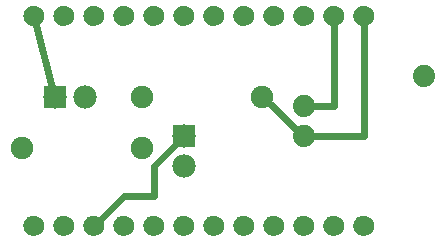
<source format=gbl>
G04 MADE WITH FRITZING*
G04 WWW.FRITZING.ORG*
G04 DOUBLE SIDED*
G04 HOLES PLATED*
G04 CONTOUR ON CENTER OF CONTOUR VECTOR*
%ASAXBY*%
%FSLAX23Y23*%
%MOIN*%
%OFA0B0*%
%SFA1.0B1.0*%
%ADD10C,0.074000*%
%ADD11C,0.078000*%
%ADD12C,0.075000*%
%ADD13C,0.068000*%
%ADD14R,0.078000X0.078000*%
%ADD15C,0.024000*%
%ADD16R,0.001000X0.001000*%
%LNCOPPER0*%
G90*
G70*
G54D10*
X1091Y362D03*
X1091Y462D03*
X1491Y562D03*
X1091Y362D03*
X1091Y462D03*
X1491Y562D03*
G54D11*
X261Y492D03*
X361Y492D03*
G54D12*
X552Y493D03*
X952Y493D03*
X152Y322D03*
X552Y322D03*
G54D11*
X691Y362D03*
X691Y262D03*
G54D13*
X391Y62D03*
X491Y62D03*
X291Y62D03*
X191Y62D03*
X591Y62D03*
X691Y62D03*
X791Y62D03*
X891Y62D03*
X991Y62D03*
X1091Y62D03*
X1191Y62D03*
X1291Y62D03*
X491Y762D03*
X391Y762D03*
X291Y762D03*
X191Y762D03*
X591Y762D03*
X691Y762D03*
X791Y762D03*
X891Y762D03*
X1091Y762D03*
X991Y762D03*
X1191Y762D03*
X1291Y762D03*
G54D14*
X261Y492D03*
X691Y362D03*
G54D15*
X1292Y361D02*
X1291Y732D01*
D02*
X1122Y362D02*
X1292Y361D01*
D02*
X1191Y462D02*
X1122Y462D01*
D02*
X1191Y732D02*
X1191Y462D01*
D02*
X254Y521D02*
X199Y733D01*
D02*
X591Y262D02*
X670Y340D01*
D02*
X591Y161D02*
X591Y262D01*
D02*
X492Y161D02*
X591Y161D01*
D02*
X412Y82D02*
X492Y161D01*
D02*
X973Y474D02*
X1069Y383D01*
G54D16*
X187Y796D02*
X194Y796D01*
X287Y796D02*
X294Y796D01*
X387Y796D02*
X394Y796D01*
X487Y796D02*
X494Y796D01*
X587Y796D02*
X594Y796D01*
X687Y796D02*
X694Y796D01*
X787Y796D02*
X794Y796D01*
X887Y796D02*
X894Y796D01*
X987Y796D02*
X994Y796D01*
X1087Y796D02*
X1094Y796D01*
X1187Y796D02*
X1194Y796D01*
X1287Y796D02*
X1294Y796D01*
X182Y795D02*
X199Y795D01*
X282Y795D02*
X299Y795D01*
X382Y795D02*
X399Y795D01*
X482Y795D02*
X499Y795D01*
X582Y795D02*
X598Y795D01*
X682Y795D02*
X698Y795D01*
X782Y795D02*
X798Y795D01*
X882Y795D02*
X898Y795D01*
X982Y795D02*
X998Y795D01*
X1082Y795D02*
X1098Y795D01*
X1182Y795D02*
X1198Y795D01*
X1282Y795D02*
X1298Y795D01*
X179Y794D02*
X201Y794D01*
X279Y794D02*
X301Y794D01*
X379Y794D02*
X401Y794D01*
X479Y794D02*
X501Y794D01*
X579Y794D02*
X601Y794D01*
X679Y794D02*
X701Y794D01*
X779Y794D02*
X801Y794D01*
X879Y794D02*
X901Y794D01*
X979Y794D02*
X1001Y794D01*
X1079Y794D02*
X1101Y794D01*
X1179Y794D02*
X1201Y794D01*
X1279Y794D02*
X1301Y794D01*
X177Y793D02*
X204Y793D01*
X277Y793D02*
X304Y793D01*
X377Y793D02*
X404Y793D01*
X477Y793D02*
X504Y793D01*
X577Y793D02*
X604Y793D01*
X677Y793D02*
X703Y793D01*
X777Y793D02*
X803Y793D01*
X877Y793D02*
X903Y793D01*
X977Y793D02*
X1003Y793D01*
X1077Y793D02*
X1103Y793D01*
X1177Y793D02*
X1203Y793D01*
X1277Y793D02*
X1303Y793D01*
X175Y792D02*
X206Y792D01*
X275Y792D02*
X306Y792D01*
X375Y792D02*
X405Y792D01*
X475Y792D02*
X505Y792D01*
X575Y792D02*
X605Y792D01*
X675Y792D02*
X705Y792D01*
X775Y792D02*
X805Y792D01*
X875Y792D02*
X905Y792D01*
X975Y792D02*
X1005Y792D01*
X1075Y792D02*
X1105Y792D01*
X1175Y792D02*
X1205Y792D01*
X1275Y792D02*
X1305Y792D01*
X174Y791D02*
X207Y791D01*
X274Y791D02*
X307Y791D01*
X374Y791D02*
X407Y791D01*
X474Y791D02*
X507Y791D01*
X574Y791D02*
X607Y791D01*
X674Y791D02*
X707Y791D01*
X774Y791D02*
X807Y791D01*
X873Y791D02*
X907Y791D01*
X973Y791D02*
X1007Y791D01*
X1073Y791D02*
X1107Y791D01*
X1173Y791D02*
X1207Y791D01*
X1273Y791D02*
X1307Y791D01*
X172Y790D02*
X209Y790D01*
X272Y790D02*
X309Y790D01*
X372Y790D02*
X409Y790D01*
X472Y790D02*
X509Y790D01*
X572Y790D02*
X609Y790D01*
X672Y790D02*
X709Y790D01*
X772Y790D02*
X809Y790D01*
X872Y790D02*
X908Y790D01*
X972Y790D02*
X1008Y790D01*
X1072Y790D02*
X1108Y790D01*
X1172Y790D02*
X1208Y790D01*
X1272Y790D02*
X1308Y790D01*
X171Y789D02*
X210Y789D01*
X271Y789D02*
X310Y789D01*
X371Y789D02*
X410Y789D01*
X471Y789D02*
X510Y789D01*
X571Y789D02*
X610Y789D01*
X671Y789D02*
X710Y789D01*
X771Y789D02*
X810Y789D01*
X871Y789D02*
X910Y789D01*
X971Y789D02*
X1010Y789D01*
X1071Y789D02*
X1110Y789D01*
X1171Y789D02*
X1210Y789D01*
X1271Y789D02*
X1310Y789D01*
X170Y788D02*
X211Y788D01*
X270Y788D02*
X311Y788D01*
X370Y788D02*
X411Y788D01*
X470Y788D02*
X511Y788D01*
X570Y788D02*
X611Y788D01*
X669Y788D02*
X711Y788D01*
X769Y788D02*
X811Y788D01*
X869Y788D02*
X911Y788D01*
X969Y788D02*
X1011Y788D01*
X1069Y788D02*
X1111Y788D01*
X1169Y788D02*
X1211Y788D01*
X1269Y788D02*
X1311Y788D01*
X169Y787D02*
X212Y787D01*
X269Y787D02*
X312Y787D01*
X368Y787D02*
X412Y787D01*
X468Y787D02*
X512Y787D01*
X568Y787D02*
X612Y787D01*
X668Y787D02*
X712Y787D01*
X768Y787D02*
X812Y787D01*
X868Y787D02*
X912Y787D01*
X968Y787D02*
X1012Y787D01*
X1068Y787D02*
X1112Y787D01*
X1168Y787D02*
X1212Y787D01*
X1268Y787D02*
X1312Y787D01*
X167Y786D02*
X213Y786D01*
X267Y786D02*
X313Y786D01*
X367Y786D02*
X413Y786D01*
X467Y786D02*
X513Y786D01*
X567Y786D02*
X613Y786D01*
X667Y786D02*
X713Y786D01*
X767Y786D02*
X813Y786D01*
X867Y786D02*
X913Y786D01*
X967Y786D02*
X1013Y786D01*
X1067Y786D02*
X1113Y786D01*
X1167Y786D02*
X1213Y786D01*
X1267Y786D02*
X1313Y786D01*
X167Y785D02*
X214Y785D01*
X267Y785D02*
X314Y785D01*
X366Y785D02*
X414Y785D01*
X466Y785D02*
X514Y785D01*
X566Y785D02*
X614Y785D01*
X666Y785D02*
X714Y785D01*
X766Y785D02*
X814Y785D01*
X866Y785D02*
X914Y785D01*
X966Y785D02*
X1014Y785D01*
X1066Y785D02*
X1114Y785D01*
X1166Y785D02*
X1214Y785D01*
X1266Y785D02*
X1314Y785D01*
X166Y784D02*
X215Y784D01*
X266Y784D02*
X315Y784D01*
X366Y784D02*
X415Y784D01*
X466Y784D02*
X515Y784D01*
X566Y784D02*
X615Y784D01*
X666Y784D02*
X715Y784D01*
X765Y784D02*
X815Y784D01*
X865Y784D02*
X915Y784D01*
X965Y784D02*
X1015Y784D01*
X1065Y784D02*
X1115Y784D01*
X1165Y784D02*
X1215Y784D01*
X1265Y784D02*
X1315Y784D01*
X165Y783D02*
X216Y783D01*
X265Y783D02*
X316Y783D01*
X365Y783D02*
X416Y783D01*
X465Y783D02*
X516Y783D01*
X565Y783D02*
X616Y783D01*
X665Y783D02*
X716Y783D01*
X765Y783D02*
X816Y783D01*
X865Y783D02*
X916Y783D01*
X965Y783D02*
X1016Y783D01*
X1065Y783D02*
X1116Y783D01*
X1165Y783D02*
X1216Y783D01*
X1265Y783D02*
X1316Y783D01*
X164Y782D02*
X217Y782D01*
X264Y782D02*
X317Y782D01*
X364Y782D02*
X417Y782D01*
X464Y782D02*
X517Y782D01*
X564Y782D02*
X617Y782D01*
X664Y782D02*
X717Y782D01*
X764Y782D02*
X817Y782D01*
X864Y782D02*
X917Y782D01*
X964Y782D02*
X1017Y782D01*
X1064Y782D02*
X1117Y782D01*
X1164Y782D02*
X1217Y782D01*
X1264Y782D02*
X1317Y782D01*
X163Y781D02*
X218Y781D01*
X263Y781D02*
X318Y781D01*
X363Y781D02*
X418Y781D01*
X463Y781D02*
X518Y781D01*
X563Y781D02*
X618Y781D01*
X663Y781D02*
X718Y781D01*
X763Y781D02*
X818Y781D01*
X863Y781D02*
X918Y781D01*
X963Y781D02*
X1018Y781D01*
X1063Y781D02*
X1117Y781D01*
X1163Y781D02*
X1217Y781D01*
X1263Y781D02*
X1317Y781D01*
X163Y780D02*
X186Y780D01*
X195Y780D02*
X218Y780D01*
X263Y780D02*
X286Y780D01*
X295Y780D02*
X318Y780D01*
X363Y780D02*
X386Y780D01*
X395Y780D02*
X418Y780D01*
X463Y780D02*
X486Y780D01*
X495Y780D02*
X518Y780D01*
X563Y780D02*
X586Y780D01*
X595Y780D02*
X618Y780D01*
X663Y780D02*
X686Y780D01*
X695Y780D02*
X718Y780D01*
X762Y780D02*
X786Y780D01*
X795Y780D02*
X818Y780D01*
X862Y780D02*
X886Y780D01*
X895Y780D02*
X918Y780D01*
X962Y780D02*
X986Y780D01*
X995Y780D02*
X1018Y780D01*
X1062Y780D02*
X1086Y780D01*
X1095Y780D02*
X1118Y780D01*
X1162Y780D02*
X1186Y780D01*
X1195Y780D02*
X1218Y780D01*
X1262Y780D02*
X1286Y780D01*
X1295Y780D02*
X1318Y780D01*
X162Y779D02*
X182Y779D01*
X198Y779D02*
X219Y779D01*
X262Y779D02*
X282Y779D01*
X298Y779D02*
X319Y779D01*
X362Y779D02*
X382Y779D01*
X398Y779D02*
X419Y779D01*
X462Y779D02*
X482Y779D01*
X498Y779D02*
X519Y779D01*
X562Y779D02*
X582Y779D01*
X598Y779D02*
X619Y779D01*
X662Y779D02*
X682Y779D01*
X698Y779D02*
X719Y779D01*
X762Y779D02*
X782Y779D01*
X798Y779D02*
X819Y779D01*
X862Y779D02*
X882Y779D01*
X898Y779D02*
X919Y779D01*
X962Y779D02*
X982Y779D01*
X998Y779D02*
X1019Y779D01*
X1062Y779D02*
X1082Y779D01*
X1098Y779D02*
X1119Y779D01*
X1162Y779D02*
X1182Y779D01*
X1198Y779D02*
X1219Y779D01*
X1262Y779D02*
X1282Y779D01*
X1298Y779D02*
X1319Y779D01*
X161Y778D02*
X180Y778D01*
X200Y778D02*
X220Y778D01*
X261Y778D02*
X280Y778D01*
X300Y778D02*
X320Y778D01*
X361Y778D02*
X380Y778D01*
X400Y778D02*
X420Y778D01*
X461Y778D02*
X480Y778D01*
X500Y778D02*
X520Y778D01*
X561Y778D02*
X580Y778D01*
X600Y778D02*
X620Y778D01*
X661Y778D02*
X680Y778D01*
X700Y778D02*
X720Y778D01*
X761Y778D02*
X780Y778D01*
X800Y778D02*
X820Y778D01*
X861Y778D02*
X880Y778D01*
X900Y778D02*
X919Y778D01*
X961Y778D02*
X980Y778D01*
X1000Y778D02*
X1019Y778D01*
X1061Y778D02*
X1080Y778D01*
X1100Y778D02*
X1119Y778D01*
X1161Y778D02*
X1180Y778D01*
X1200Y778D02*
X1219Y778D01*
X1261Y778D02*
X1280Y778D01*
X1300Y778D02*
X1319Y778D01*
X161Y777D02*
X179Y777D01*
X202Y777D02*
X220Y777D01*
X261Y777D02*
X279Y777D01*
X302Y777D02*
X320Y777D01*
X361Y777D02*
X379Y777D01*
X402Y777D02*
X420Y777D01*
X461Y777D02*
X479Y777D01*
X502Y777D02*
X520Y777D01*
X561Y777D02*
X579Y777D01*
X602Y777D02*
X620Y777D01*
X661Y777D02*
X679Y777D01*
X702Y777D02*
X720Y777D01*
X761Y777D02*
X779Y777D01*
X802Y777D02*
X820Y777D01*
X861Y777D02*
X879Y777D01*
X902Y777D02*
X920Y777D01*
X961Y777D02*
X979Y777D01*
X1002Y777D02*
X1020Y777D01*
X1061Y777D02*
X1079Y777D01*
X1102Y777D02*
X1120Y777D01*
X1161Y777D02*
X1179Y777D01*
X1202Y777D02*
X1220Y777D01*
X1261Y777D02*
X1278Y777D01*
X1302Y777D02*
X1320Y777D01*
X160Y776D02*
X178Y776D01*
X203Y776D02*
X221Y776D01*
X260Y776D02*
X278Y776D01*
X303Y776D02*
X321Y776D01*
X360Y776D02*
X378Y776D01*
X403Y776D02*
X421Y776D01*
X460Y776D02*
X477Y776D01*
X503Y776D02*
X521Y776D01*
X560Y776D02*
X577Y776D01*
X603Y776D02*
X621Y776D01*
X660Y776D02*
X677Y776D01*
X703Y776D02*
X721Y776D01*
X760Y776D02*
X777Y776D01*
X803Y776D02*
X821Y776D01*
X860Y776D02*
X877Y776D01*
X903Y776D02*
X921Y776D01*
X960Y776D02*
X977Y776D01*
X1003Y776D02*
X1021Y776D01*
X1060Y776D02*
X1077Y776D01*
X1103Y776D02*
X1120Y776D01*
X1160Y776D02*
X1177Y776D01*
X1203Y776D02*
X1220Y776D01*
X1260Y776D02*
X1277Y776D01*
X1303Y776D02*
X1320Y776D01*
X160Y775D02*
X177Y775D01*
X204Y775D02*
X221Y775D01*
X260Y775D02*
X277Y775D01*
X304Y775D02*
X321Y775D01*
X360Y775D02*
X376Y775D01*
X404Y775D02*
X421Y775D01*
X460Y775D02*
X476Y775D01*
X504Y775D02*
X521Y775D01*
X560Y775D02*
X576Y775D01*
X604Y775D02*
X621Y775D01*
X660Y775D02*
X676Y775D01*
X704Y775D02*
X721Y775D01*
X760Y775D02*
X776Y775D01*
X804Y775D02*
X821Y775D01*
X860Y775D02*
X876Y775D01*
X904Y775D02*
X921Y775D01*
X960Y775D02*
X976Y775D01*
X1004Y775D02*
X1021Y775D01*
X1060Y775D02*
X1076Y775D01*
X1104Y775D02*
X1121Y775D01*
X1160Y775D02*
X1176Y775D01*
X1204Y775D02*
X1221Y775D01*
X1260Y775D02*
X1276Y775D01*
X1304Y775D02*
X1321Y775D01*
X160Y774D02*
X176Y774D01*
X205Y774D02*
X222Y774D01*
X260Y774D02*
X276Y774D01*
X305Y774D02*
X322Y774D01*
X359Y774D02*
X376Y774D01*
X405Y774D02*
X422Y774D01*
X459Y774D02*
X476Y774D01*
X505Y774D02*
X522Y774D01*
X559Y774D02*
X576Y774D01*
X605Y774D02*
X622Y774D01*
X659Y774D02*
X676Y774D01*
X705Y774D02*
X722Y774D01*
X759Y774D02*
X776Y774D01*
X805Y774D02*
X821Y774D01*
X859Y774D02*
X876Y774D01*
X905Y774D02*
X921Y774D01*
X959Y774D02*
X976Y774D01*
X1005Y774D02*
X1021Y774D01*
X1059Y774D02*
X1076Y774D01*
X1105Y774D02*
X1121Y774D01*
X1159Y774D02*
X1175Y774D01*
X1205Y774D02*
X1221Y774D01*
X1259Y774D02*
X1275Y774D01*
X1305Y774D02*
X1321Y774D01*
X159Y773D02*
X175Y773D01*
X206Y773D02*
X222Y773D01*
X259Y773D02*
X275Y773D01*
X306Y773D02*
X322Y773D01*
X359Y773D02*
X375Y773D01*
X406Y773D02*
X422Y773D01*
X459Y773D02*
X475Y773D01*
X506Y773D02*
X522Y773D01*
X559Y773D02*
X575Y773D01*
X606Y773D02*
X622Y773D01*
X659Y773D02*
X675Y773D01*
X706Y773D02*
X722Y773D01*
X759Y773D02*
X775Y773D01*
X806Y773D02*
X822Y773D01*
X859Y773D02*
X875Y773D01*
X906Y773D02*
X922Y773D01*
X959Y773D02*
X975Y773D01*
X1006Y773D02*
X1022Y773D01*
X1059Y773D02*
X1075Y773D01*
X1106Y773D02*
X1122Y773D01*
X1159Y773D02*
X1175Y773D01*
X1206Y773D02*
X1222Y773D01*
X1259Y773D02*
X1275Y773D01*
X1306Y773D02*
X1322Y773D01*
X159Y772D02*
X174Y772D01*
X207Y772D02*
X222Y772D01*
X259Y772D02*
X274Y772D01*
X307Y772D02*
X322Y772D01*
X359Y772D02*
X374Y772D01*
X407Y772D02*
X422Y772D01*
X459Y772D02*
X474Y772D01*
X507Y772D02*
X522Y772D01*
X559Y772D02*
X574Y772D01*
X607Y772D02*
X622Y772D01*
X659Y772D02*
X674Y772D01*
X707Y772D02*
X722Y772D01*
X759Y772D02*
X774Y772D01*
X806Y772D02*
X822Y772D01*
X859Y772D02*
X874Y772D01*
X906Y772D02*
X922Y772D01*
X959Y772D02*
X974Y772D01*
X1006Y772D02*
X1022Y772D01*
X1059Y772D02*
X1074Y772D01*
X1106Y772D02*
X1122Y772D01*
X1159Y772D02*
X1174Y772D01*
X1206Y772D02*
X1222Y772D01*
X1258Y772D02*
X1274Y772D01*
X1306Y772D02*
X1322Y772D01*
X158Y771D02*
X174Y771D01*
X207Y771D02*
X223Y771D01*
X258Y771D02*
X274Y771D01*
X307Y771D02*
X323Y771D01*
X358Y771D02*
X374Y771D01*
X407Y771D02*
X423Y771D01*
X458Y771D02*
X474Y771D01*
X507Y771D02*
X523Y771D01*
X558Y771D02*
X574Y771D01*
X607Y771D02*
X623Y771D01*
X658Y771D02*
X674Y771D01*
X707Y771D02*
X723Y771D01*
X758Y771D02*
X774Y771D01*
X807Y771D02*
X823Y771D01*
X858Y771D02*
X874Y771D01*
X907Y771D02*
X923Y771D01*
X958Y771D02*
X974Y771D01*
X1007Y771D02*
X1023Y771D01*
X1058Y771D02*
X1074Y771D01*
X1107Y771D02*
X1123Y771D01*
X1158Y771D02*
X1174Y771D01*
X1207Y771D02*
X1222Y771D01*
X1258Y771D02*
X1274Y771D01*
X1307Y771D02*
X1322Y771D01*
X158Y770D02*
X173Y770D01*
X208Y770D02*
X223Y770D01*
X258Y770D02*
X273Y770D01*
X308Y770D02*
X323Y770D01*
X358Y770D02*
X373Y770D01*
X408Y770D02*
X423Y770D01*
X458Y770D02*
X473Y770D01*
X508Y770D02*
X523Y770D01*
X558Y770D02*
X573Y770D01*
X608Y770D02*
X623Y770D01*
X658Y770D02*
X673Y770D01*
X708Y770D02*
X723Y770D01*
X758Y770D02*
X773Y770D01*
X807Y770D02*
X823Y770D01*
X858Y770D02*
X873Y770D01*
X907Y770D02*
X923Y770D01*
X958Y770D02*
X973Y770D01*
X1007Y770D02*
X1023Y770D01*
X1058Y770D02*
X1073Y770D01*
X1107Y770D02*
X1123Y770D01*
X1158Y770D02*
X1173Y770D01*
X1207Y770D02*
X1223Y770D01*
X1258Y770D02*
X1273Y770D01*
X1307Y770D02*
X1323Y770D01*
X158Y769D02*
X173Y769D01*
X208Y769D02*
X223Y769D01*
X258Y769D02*
X273Y769D01*
X308Y769D02*
X323Y769D01*
X358Y769D02*
X373Y769D01*
X408Y769D02*
X423Y769D01*
X458Y769D02*
X473Y769D01*
X508Y769D02*
X523Y769D01*
X558Y769D02*
X573Y769D01*
X608Y769D02*
X623Y769D01*
X658Y769D02*
X673Y769D01*
X708Y769D02*
X723Y769D01*
X758Y769D02*
X773Y769D01*
X808Y769D02*
X823Y769D01*
X858Y769D02*
X873Y769D01*
X908Y769D02*
X923Y769D01*
X958Y769D02*
X973Y769D01*
X1008Y769D02*
X1023Y769D01*
X1058Y769D02*
X1073Y769D01*
X1108Y769D02*
X1123Y769D01*
X1158Y769D02*
X1173Y769D01*
X1208Y769D02*
X1223Y769D01*
X1258Y769D02*
X1273Y769D01*
X1308Y769D02*
X1323Y769D01*
X158Y768D02*
X173Y768D01*
X208Y768D02*
X224Y768D01*
X258Y768D02*
X273Y768D01*
X308Y768D02*
X323Y768D01*
X358Y768D02*
X373Y768D01*
X408Y768D02*
X423Y768D01*
X458Y768D02*
X473Y768D01*
X508Y768D02*
X523Y768D01*
X558Y768D02*
X573Y768D01*
X608Y768D02*
X623Y768D01*
X658Y768D02*
X673Y768D01*
X708Y768D02*
X723Y768D01*
X758Y768D02*
X773Y768D01*
X808Y768D02*
X823Y768D01*
X858Y768D02*
X873Y768D01*
X908Y768D02*
X923Y768D01*
X958Y768D02*
X973Y768D01*
X1008Y768D02*
X1023Y768D01*
X1058Y768D02*
X1073Y768D01*
X1108Y768D02*
X1123Y768D01*
X1157Y768D02*
X1173Y768D01*
X1208Y768D02*
X1223Y768D01*
X1257Y768D02*
X1273Y768D01*
X1308Y768D02*
X1323Y768D01*
X158Y767D02*
X173Y767D01*
X209Y767D02*
X224Y767D01*
X258Y767D02*
X273Y767D01*
X309Y767D02*
X324Y767D01*
X358Y767D02*
X373Y767D01*
X409Y767D02*
X424Y767D01*
X457Y767D02*
X473Y767D01*
X509Y767D02*
X524Y767D01*
X557Y767D02*
X573Y767D01*
X608Y767D02*
X624Y767D01*
X657Y767D02*
X673Y767D01*
X708Y767D02*
X724Y767D01*
X757Y767D02*
X772Y767D01*
X808Y767D02*
X824Y767D01*
X857Y767D02*
X872Y767D01*
X908Y767D02*
X924Y767D01*
X957Y767D02*
X972Y767D01*
X1008Y767D02*
X1023Y767D01*
X1057Y767D02*
X1072Y767D01*
X1108Y767D02*
X1123Y767D01*
X1157Y767D02*
X1172Y767D01*
X1208Y767D02*
X1223Y767D01*
X1257Y767D02*
X1272Y767D01*
X1308Y767D02*
X1323Y767D01*
X157Y766D02*
X172Y766D01*
X209Y766D02*
X224Y766D01*
X257Y766D02*
X272Y766D01*
X309Y766D02*
X324Y766D01*
X357Y766D02*
X372Y766D01*
X409Y766D02*
X424Y766D01*
X457Y766D02*
X472Y766D01*
X509Y766D02*
X524Y766D01*
X557Y766D02*
X572Y766D01*
X609Y766D02*
X624Y766D01*
X657Y766D02*
X672Y766D01*
X709Y766D02*
X724Y766D01*
X757Y766D02*
X772Y766D01*
X809Y766D02*
X824Y766D01*
X857Y766D02*
X872Y766D01*
X909Y766D02*
X924Y766D01*
X957Y766D02*
X972Y766D01*
X1009Y766D02*
X1024Y766D01*
X1057Y766D02*
X1072Y766D01*
X1109Y766D02*
X1124Y766D01*
X1157Y766D02*
X1172Y766D01*
X1209Y766D02*
X1224Y766D01*
X1257Y766D02*
X1272Y766D01*
X1309Y766D02*
X1324Y766D01*
X157Y765D02*
X172Y765D01*
X209Y765D02*
X224Y765D01*
X257Y765D02*
X272Y765D01*
X309Y765D02*
X324Y765D01*
X357Y765D02*
X372Y765D01*
X409Y765D02*
X424Y765D01*
X457Y765D02*
X472Y765D01*
X509Y765D02*
X524Y765D01*
X557Y765D02*
X572Y765D01*
X609Y765D02*
X624Y765D01*
X657Y765D02*
X672Y765D01*
X709Y765D02*
X724Y765D01*
X757Y765D02*
X772Y765D01*
X809Y765D02*
X824Y765D01*
X857Y765D02*
X872Y765D01*
X909Y765D02*
X924Y765D01*
X957Y765D02*
X972Y765D01*
X1009Y765D02*
X1024Y765D01*
X1057Y765D02*
X1072Y765D01*
X1109Y765D02*
X1124Y765D01*
X1157Y765D02*
X1172Y765D01*
X1209Y765D02*
X1224Y765D01*
X1257Y765D02*
X1272Y765D01*
X1309Y765D02*
X1324Y765D01*
X157Y764D02*
X172Y764D01*
X209Y764D02*
X224Y764D01*
X257Y764D02*
X272Y764D01*
X309Y764D02*
X324Y764D01*
X357Y764D02*
X372Y764D01*
X409Y764D02*
X424Y764D01*
X457Y764D02*
X472Y764D01*
X509Y764D02*
X524Y764D01*
X557Y764D02*
X572Y764D01*
X609Y764D02*
X624Y764D01*
X657Y764D02*
X672Y764D01*
X709Y764D02*
X724Y764D01*
X757Y764D02*
X772Y764D01*
X809Y764D02*
X824Y764D01*
X857Y764D02*
X872Y764D01*
X909Y764D02*
X924Y764D01*
X957Y764D02*
X972Y764D01*
X1009Y764D02*
X1024Y764D01*
X1057Y764D02*
X1072Y764D01*
X1109Y764D02*
X1124Y764D01*
X1157Y764D02*
X1172Y764D01*
X1209Y764D02*
X1224Y764D01*
X1257Y764D02*
X1272Y764D01*
X1309Y764D02*
X1324Y764D01*
X157Y763D02*
X172Y763D01*
X209Y763D02*
X224Y763D01*
X257Y763D02*
X272Y763D01*
X309Y763D02*
X324Y763D01*
X357Y763D02*
X372Y763D01*
X409Y763D02*
X424Y763D01*
X457Y763D02*
X472Y763D01*
X509Y763D02*
X524Y763D01*
X557Y763D02*
X572Y763D01*
X609Y763D02*
X624Y763D01*
X657Y763D02*
X672Y763D01*
X709Y763D02*
X724Y763D01*
X757Y763D02*
X772Y763D01*
X809Y763D02*
X824Y763D01*
X857Y763D02*
X872Y763D01*
X909Y763D02*
X924Y763D01*
X957Y763D02*
X972Y763D01*
X1009Y763D02*
X1024Y763D01*
X1057Y763D02*
X1072Y763D01*
X1109Y763D02*
X1124Y763D01*
X1157Y763D02*
X1172Y763D01*
X1209Y763D02*
X1224Y763D01*
X1257Y763D02*
X1272Y763D01*
X1309Y763D02*
X1324Y763D01*
X157Y762D02*
X172Y762D01*
X209Y762D02*
X224Y762D01*
X257Y762D02*
X272Y762D01*
X309Y762D02*
X324Y762D01*
X357Y762D02*
X372Y762D01*
X409Y762D02*
X424Y762D01*
X457Y762D02*
X472Y762D01*
X509Y762D02*
X524Y762D01*
X557Y762D02*
X572Y762D01*
X609Y762D02*
X624Y762D01*
X657Y762D02*
X672Y762D01*
X709Y762D02*
X724Y762D01*
X757Y762D02*
X772Y762D01*
X809Y762D02*
X824Y762D01*
X857Y762D02*
X872Y762D01*
X909Y762D02*
X924Y762D01*
X957Y762D02*
X972Y762D01*
X1009Y762D02*
X1024Y762D01*
X1057Y762D02*
X1072Y762D01*
X1109Y762D02*
X1124Y762D01*
X1157Y762D02*
X1172Y762D01*
X1209Y762D02*
X1224Y762D01*
X1257Y762D02*
X1272Y762D01*
X1309Y762D02*
X1324Y762D01*
X157Y761D02*
X172Y761D01*
X209Y761D02*
X224Y761D01*
X257Y761D02*
X272Y761D01*
X309Y761D02*
X324Y761D01*
X357Y761D02*
X372Y761D01*
X409Y761D02*
X424Y761D01*
X457Y761D02*
X472Y761D01*
X509Y761D02*
X524Y761D01*
X557Y761D02*
X572Y761D01*
X609Y761D02*
X624Y761D01*
X657Y761D02*
X672Y761D01*
X709Y761D02*
X724Y761D01*
X757Y761D02*
X772Y761D01*
X809Y761D02*
X824Y761D01*
X857Y761D02*
X872Y761D01*
X909Y761D02*
X924Y761D01*
X957Y761D02*
X972Y761D01*
X1009Y761D02*
X1024Y761D01*
X1057Y761D02*
X1072Y761D01*
X1109Y761D02*
X1124Y761D01*
X1157Y761D02*
X1172Y761D01*
X1209Y761D02*
X1224Y761D01*
X1257Y761D02*
X1272Y761D01*
X1309Y761D02*
X1324Y761D01*
X157Y760D02*
X172Y760D01*
X209Y760D02*
X224Y760D01*
X257Y760D02*
X272Y760D01*
X309Y760D02*
X324Y760D01*
X357Y760D02*
X372Y760D01*
X409Y760D02*
X424Y760D01*
X457Y760D02*
X472Y760D01*
X509Y760D02*
X524Y760D01*
X557Y760D02*
X572Y760D01*
X609Y760D02*
X624Y760D01*
X657Y760D02*
X672Y760D01*
X709Y760D02*
X724Y760D01*
X757Y760D02*
X772Y760D01*
X809Y760D02*
X824Y760D01*
X857Y760D02*
X872Y760D01*
X909Y760D02*
X924Y760D01*
X957Y760D02*
X972Y760D01*
X1009Y760D02*
X1024Y760D01*
X1057Y760D02*
X1072Y760D01*
X1109Y760D02*
X1124Y760D01*
X1157Y760D02*
X1172Y760D01*
X1209Y760D02*
X1224Y760D01*
X1257Y760D02*
X1272Y760D01*
X1309Y760D02*
X1324Y760D01*
X157Y759D02*
X172Y759D01*
X209Y759D02*
X224Y759D01*
X257Y759D02*
X272Y759D01*
X309Y759D02*
X324Y759D01*
X357Y759D02*
X372Y759D01*
X409Y759D02*
X424Y759D01*
X457Y759D02*
X472Y759D01*
X509Y759D02*
X524Y759D01*
X557Y759D02*
X572Y759D01*
X609Y759D02*
X624Y759D01*
X657Y759D02*
X672Y759D01*
X709Y759D02*
X724Y759D01*
X757Y759D02*
X772Y759D01*
X809Y759D02*
X824Y759D01*
X857Y759D02*
X872Y759D01*
X909Y759D02*
X924Y759D01*
X957Y759D02*
X972Y759D01*
X1009Y759D02*
X1024Y759D01*
X1057Y759D02*
X1072Y759D01*
X1109Y759D02*
X1124Y759D01*
X1157Y759D02*
X1172Y759D01*
X1209Y759D02*
X1224Y759D01*
X1257Y759D02*
X1272Y759D01*
X1309Y759D02*
X1324Y759D01*
X157Y758D02*
X173Y758D01*
X209Y758D02*
X224Y758D01*
X257Y758D02*
X272Y758D01*
X309Y758D02*
X324Y758D01*
X357Y758D02*
X372Y758D01*
X409Y758D02*
X424Y758D01*
X457Y758D02*
X472Y758D01*
X509Y758D02*
X524Y758D01*
X557Y758D02*
X572Y758D01*
X609Y758D02*
X624Y758D01*
X657Y758D02*
X672Y758D01*
X709Y758D02*
X724Y758D01*
X757Y758D02*
X772Y758D01*
X809Y758D02*
X824Y758D01*
X857Y758D02*
X872Y758D01*
X909Y758D02*
X924Y758D01*
X957Y758D02*
X972Y758D01*
X1009Y758D02*
X1024Y758D01*
X1057Y758D02*
X1072Y758D01*
X1108Y758D02*
X1124Y758D01*
X1157Y758D02*
X1172Y758D01*
X1208Y758D02*
X1224Y758D01*
X1257Y758D02*
X1272Y758D01*
X1308Y758D02*
X1324Y758D01*
X158Y757D02*
X173Y757D01*
X208Y757D02*
X224Y757D01*
X258Y757D02*
X273Y757D01*
X308Y757D02*
X324Y757D01*
X358Y757D02*
X373Y757D01*
X408Y757D02*
X424Y757D01*
X458Y757D02*
X473Y757D01*
X508Y757D02*
X524Y757D01*
X558Y757D02*
X573Y757D01*
X608Y757D02*
X624Y757D01*
X658Y757D02*
X673Y757D01*
X708Y757D02*
X723Y757D01*
X757Y757D02*
X773Y757D01*
X808Y757D02*
X823Y757D01*
X857Y757D02*
X873Y757D01*
X908Y757D02*
X923Y757D01*
X957Y757D02*
X973Y757D01*
X1008Y757D02*
X1023Y757D01*
X1057Y757D02*
X1073Y757D01*
X1108Y757D02*
X1123Y757D01*
X1157Y757D02*
X1172Y757D01*
X1208Y757D02*
X1223Y757D01*
X1257Y757D02*
X1272Y757D01*
X1308Y757D02*
X1323Y757D01*
X158Y756D02*
X173Y756D01*
X208Y756D02*
X223Y756D01*
X258Y756D02*
X273Y756D01*
X308Y756D02*
X323Y756D01*
X358Y756D02*
X373Y756D01*
X408Y756D02*
X423Y756D01*
X458Y756D02*
X473Y756D01*
X508Y756D02*
X523Y756D01*
X558Y756D02*
X573Y756D01*
X608Y756D02*
X623Y756D01*
X658Y756D02*
X673Y756D01*
X708Y756D02*
X723Y756D01*
X758Y756D02*
X773Y756D01*
X808Y756D02*
X823Y756D01*
X858Y756D02*
X873Y756D01*
X908Y756D02*
X923Y756D01*
X958Y756D02*
X973Y756D01*
X1008Y756D02*
X1023Y756D01*
X1058Y756D02*
X1073Y756D01*
X1108Y756D02*
X1123Y756D01*
X1158Y756D02*
X1173Y756D01*
X1208Y756D02*
X1223Y756D01*
X1258Y756D02*
X1273Y756D01*
X1308Y756D02*
X1323Y756D01*
X158Y755D02*
X173Y755D01*
X208Y755D02*
X223Y755D01*
X258Y755D02*
X273Y755D01*
X308Y755D02*
X323Y755D01*
X358Y755D02*
X373Y755D01*
X408Y755D02*
X423Y755D01*
X458Y755D02*
X473Y755D01*
X508Y755D02*
X523Y755D01*
X558Y755D02*
X573Y755D01*
X608Y755D02*
X623Y755D01*
X658Y755D02*
X673Y755D01*
X708Y755D02*
X723Y755D01*
X758Y755D02*
X773Y755D01*
X808Y755D02*
X823Y755D01*
X858Y755D02*
X873Y755D01*
X908Y755D02*
X923Y755D01*
X958Y755D02*
X973Y755D01*
X1008Y755D02*
X1023Y755D01*
X1058Y755D02*
X1073Y755D01*
X1108Y755D02*
X1123Y755D01*
X1158Y755D02*
X1173Y755D01*
X1208Y755D02*
X1223Y755D01*
X1258Y755D02*
X1273Y755D01*
X1308Y755D02*
X1323Y755D01*
X158Y754D02*
X174Y754D01*
X208Y754D02*
X223Y754D01*
X258Y754D02*
X274Y754D01*
X307Y754D02*
X323Y754D01*
X358Y754D02*
X374Y754D01*
X407Y754D02*
X423Y754D01*
X458Y754D02*
X474Y754D01*
X507Y754D02*
X523Y754D01*
X558Y754D02*
X574Y754D01*
X607Y754D02*
X623Y754D01*
X658Y754D02*
X673Y754D01*
X707Y754D02*
X723Y754D01*
X758Y754D02*
X773Y754D01*
X807Y754D02*
X823Y754D01*
X858Y754D02*
X873Y754D01*
X907Y754D02*
X923Y754D01*
X958Y754D02*
X973Y754D01*
X1007Y754D02*
X1023Y754D01*
X1058Y754D02*
X1073Y754D01*
X1107Y754D02*
X1123Y754D01*
X1158Y754D02*
X1173Y754D01*
X1207Y754D02*
X1223Y754D01*
X1258Y754D02*
X1273Y754D01*
X1307Y754D02*
X1323Y754D01*
X159Y753D02*
X174Y753D01*
X207Y753D02*
X223Y753D01*
X259Y753D02*
X274Y753D01*
X307Y753D02*
X323Y753D01*
X359Y753D02*
X374Y753D01*
X407Y753D02*
X423Y753D01*
X458Y753D02*
X474Y753D01*
X507Y753D02*
X523Y753D01*
X558Y753D02*
X574Y753D01*
X607Y753D02*
X623Y753D01*
X658Y753D02*
X674Y753D01*
X707Y753D02*
X723Y753D01*
X758Y753D02*
X774Y753D01*
X807Y753D02*
X822Y753D01*
X858Y753D02*
X874Y753D01*
X907Y753D02*
X922Y753D01*
X958Y753D02*
X974Y753D01*
X1007Y753D02*
X1022Y753D01*
X1058Y753D02*
X1074Y753D01*
X1107Y753D02*
X1122Y753D01*
X1158Y753D02*
X1174Y753D01*
X1207Y753D02*
X1222Y753D01*
X1258Y753D02*
X1274Y753D01*
X1307Y753D02*
X1322Y753D01*
X159Y752D02*
X175Y752D01*
X207Y752D02*
X222Y752D01*
X259Y752D02*
X275Y752D01*
X306Y752D02*
X322Y752D01*
X359Y752D02*
X374Y752D01*
X406Y752D02*
X422Y752D01*
X459Y752D02*
X474Y752D01*
X506Y752D02*
X522Y752D01*
X559Y752D02*
X574Y752D01*
X606Y752D02*
X622Y752D01*
X659Y752D02*
X674Y752D01*
X706Y752D02*
X722Y752D01*
X759Y752D02*
X774Y752D01*
X806Y752D02*
X822Y752D01*
X859Y752D02*
X874Y752D01*
X906Y752D02*
X922Y752D01*
X959Y752D02*
X974Y752D01*
X1006Y752D02*
X1022Y752D01*
X1059Y752D02*
X1074Y752D01*
X1106Y752D02*
X1122Y752D01*
X1159Y752D02*
X1174Y752D01*
X1206Y752D02*
X1222Y752D01*
X1259Y752D02*
X1274Y752D01*
X1306Y752D02*
X1322Y752D01*
X159Y751D02*
X175Y751D01*
X206Y751D02*
X222Y751D01*
X259Y751D02*
X275Y751D01*
X306Y751D02*
X322Y751D01*
X359Y751D02*
X375Y751D01*
X406Y751D02*
X422Y751D01*
X459Y751D02*
X475Y751D01*
X506Y751D02*
X522Y751D01*
X559Y751D02*
X575Y751D01*
X606Y751D02*
X622Y751D01*
X659Y751D02*
X675Y751D01*
X706Y751D02*
X722Y751D01*
X759Y751D02*
X775Y751D01*
X806Y751D02*
X822Y751D01*
X859Y751D02*
X875Y751D01*
X906Y751D02*
X922Y751D01*
X959Y751D02*
X975Y751D01*
X1006Y751D02*
X1022Y751D01*
X1059Y751D02*
X1075Y751D01*
X1106Y751D02*
X1122Y751D01*
X1159Y751D02*
X1175Y751D01*
X1206Y751D02*
X1222Y751D01*
X1259Y751D02*
X1275Y751D01*
X1306Y751D02*
X1322Y751D01*
X160Y750D02*
X176Y750D01*
X205Y750D02*
X222Y750D01*
X260Y750D02*
X276Y750D01*
X305Y750D02*
X322Y750D01*
X360Y750D02*
X376Y750D01*
X405Y750D02*
X421Y750D01*
X460Y750D02*
X476Y750D01*
X505Y750D02*
X521Y750D01*
X560Y750D02*
X576Y750D01*
X605Y750D02*
X621Y750D01*
X660Y750D02*
X676Y750D01*
X705Y750D02*
X721Y750D01*
X759Y750D02*
X776Y750D01*
X805Y750D02*
X821Y750D01*
X859Y750D02*
X876Y750D01*
X905Y750D02*
X921Y750D01*
X959Y750D02*
X976Y750D01*
X1005Y750D02*
X1021Y750D01*
X1059Y750D02*
X1076Y750D01*
X1105Y750D02*
X1121Y750D01*
X1159Y750D02*
X1176Y750D01*
X1205Y750D02*
X1221Y750D01*
X1259Y750D02*
X1276Y750D01*
X1305Y750D02*
X1321Y750D01*
X160Y749D02*
X177Y749D01*
X204Y749D02*
X221Y749D01*
X260Y749D02*
X277Y749D01*
X304Y749D02*
X321Y749D01*
X360Y749D02*
X377Y749D01*
X404Y749D02*
X421Y749D01*
X460Y749D02*
X477Y749D01*
X504Y749D02*
X521Y749D01*
X560Y749D02*
X577Y749D01*
X604Y749D02*
X621Y749D01*
X660Y749D02*
X677Y749D01*
X704Y749D02*
X721Y749D01*
X760Y749D02*
X777Y749D01*
X804Y749D02*
X821Y749D01*
X860Y749D02*
X877Y749D01*
X904Y749D02*
X921Y749D01*
X960Y749D02*
X977Y749D01*
X1004Y749D02*
X1021Y749D01*
X1060Y749D02*
X1077Y749D01*
X1104Y749D02*
X1121Y749D01*
X1160Y749D02*
X1177Y749D01*
X1204Y749D02*
X1221Y749D01*
X1260Y749D02*
X1277Y749D01*
X1304Y749D02*
X1321Y749D01*
X161Y748D02*
X178Y748D01*
X203Y748D02*
X221Y748D01*
X261Y748D02*
X278Y748D01*
X303Y748D02*
X321Y748D01*
X360Y748D02*
X378Y748D01*
X403Y748D02*
X421Y748D01*
X460Y748D02*
X478Y748D01*
X503Y748D02*
X521Y748D01*
X560Y748D02*
X578Y748D01*
X603Y748D02*
X620Y748D01*
X660Y748D02*
X678Y748D01*
X703Y748D02*
X720Y748D01*
X760Y748D02*
X778Y748D01*
X803Y748D02*
X820Y748D01*
X860Y748D02*
X878Y748D01*
X903Y748D02*
X920Y748D01*
X960Y748D02*
X978Y748D01*
X1003Y748D02*
X1020Y748D01*
X1060Y748D02*
X1078Y748D01*
X1103Y748D02*
X1120Y748D01*
X1160Y748D02*
X1178Y748D01*
X1203Y748D02*
X1220Y748D01*
X1260Y748D02*
X1278Y748D01*
X1303Y748D02*
X1320Y748D01*
X161Y747D02*
X179Y747D01*
X202Y747D02*
X220Y747D01*
X261Y747D02*
X279Y747D01*
X301Y747D02*
X320Y747D01*
X361Y747D02*
X379Y747D01*
X401Y747D02*
X420Y747D01*
X461Y747D02*
X479Y747D01*
X501Y747D02*
X520Y747D01*
X561Y747D02*
X579Y747D01*
X601Y747D02*
X620Y747D01*
X661Y747D02*
X679Y747D01*
X701Y747D02*
X720Y747D01*
X761Y747D02*
X779Y747D01*
X801Y747D02*
X820Y747D01*
X861Y747D02*
X879Y747D01*
X901Y747D02*
X920Y747D01*
X961Y747D02*
X979Y747D01*
X1001Y747D02*
X1020Y747D01*
X1061Y747D02*
X1079Y747D01*
X1101Y747D02*
X1120Y747D01*
X1161Y747D02*
X1179Y747D01*
X1201Y747D02*
X1220Y747D01*
X1261Y747D02*
X1279Y747D01*
X1301Y747D02*
X1320Y747D01*
X162Y746D02*
X181Y746D01*
X199Y746D02*
X220Y746D01*
X262Y746D02*
X281Y746D01*
X299Y746D02*
X319Y746D01*
X362Y746D02*
X381Y746D01*
X399Y746D02*
X419Y746D01*
X462Y746D02*
X481Y746D01*
X499Y746D02*
X519Y746D01*
X561Y746D02*
X581Y746D01*
X599Y746D02*
X619Y746D01*
X661Y746D02*
X681Y746D01*
X699Y746D02*
X719Y746D01*
X761Y746D02*
X781Y746D01*
X799Y746D02*
X819Y746D01*
X861Y746D02*
X881Y746D01*
X899Y746D02*
X919Y746D01*
X961Y746D02*
X981Y746D01*
X999Y746D02*
X1019Y746D01*
X1061Y746D02*
X1081Y746D01*
X1099Y746D02*
X1119Y746D01*
X1161Y746D02*
X1181Y746D01*
X1199Y746D02*
X1219Y746D01*
X1261Y746D02*
X1281Y746D01*
X1299Y746D02*
X1319Y746D01*
X162Y745D02*
X185Y745D01*
X196Y745D02*
X219Y745D01*
X262Y745D02*
X285Y745D01*
X296Y745D02*
X319Y745D01*
X362Y745D02*
X385Y745D01*
X396Y745D02*
X419Y745D01*
X462Y745D02*
X485Y745D01*
X496Y745D02*
X519Y745D01*
X562Y745D02*
X585Y745D01*
X596Y745D02*
X619Y745D01*
X662Y745D02*
X684Y745D01*
X696Y745D02*
X719Y745D01*
X762Y745D02*
X784Y745D01*
X796Y745D02*
X819Y745D01*
X862Y745D02*
X884Y745D01*
X896Y745D02*
X919Y745D01*
X962Y745D02*
X984Y745D01*
X996Y745D02*
X1019Y745D01*
X1062Y745D02*
X1084Y745D01*
X1096Y745D02*
X1119Y745D01*
X1162Y745D02*
X1184Y745D01*
X1196Y745D02*
X1219Y745D01*
X1262Y745D02*
X1284Y745D01*
X1296Y745D02*
X1319Y745D01*
X163Y744D02*
X218Y744D01*
X263Y744D02*
X318Y744D01*
X363Y744D02*
X418Y744D01*
X463Y744D02*
X518Y744D01*
X563Y744D02*
X618Y744D01*
X663Y744D02*
X718Y744D01*
X763Y744D02*
X818Y744D01*
X863Y744D02*
X918Y744D01*
X963Y744D02*
X1018Y744D01*
X1063Y744D02*
X1118Y744D01*
X1163Y744D02*
X1218Y744D01*
X1263Y744D02*
X1318Y744D01*
X164Y743D02*
X218Y743D01*
X263Y743D02*
X318Y743D01*
X363Y743D02*
X417Y743D01*
X463Y743D02*
X517Y743D01*
X563Y743D02*
X617Y743D01*
X663Y743D02*
X717Y743D01*
X763Y743D02*
X817Y743D01*
X863Y743D02*
X917Y743D01*
X963Y743D02*
X1017Y743D01*
X1063Y743D02*
X1117Y743D01*
X1163Y743D02*
X1217Y743D01*
X1263Y743D02*
X1317Y743D01*
X164Y742D02*
X217Y742D01*
X264Y742D02*
X317Y742D01*
X364Y742D02*
X417Y742D01*
X464Y742D02*
X517Y742D01*
X564Y742D02*
X617Y742D01*
X664Y742D02*
X717Y742D01*
X764Y742D02*
X817Y742D01*
X864Y742D02*
X917Y742D01*
X964Y742D02*
X1017Y742D01*
X1064Y742D02*
X1117Y742D01*
X1164Y742D02*
X1216Y742D01*
X1264Y742D02*
X1316Y742D01*
X165Y741D02*
X216Y741D01*
X265Y741D02*
X316Y741D01*
X365Y741D02*
X416Y741D01*
X465Y741D02*
X516Y741D01*
X565Y741D02*
X616Y741D01*
X665Y741D02*
X716Y741D01*
X765Y741D02*
X816Y741D01*
X865Y741D02*
X916Y741D01*
X965Y741D02*
X1016Y741D01*
X1065Y741D02*
X1116Y741D01*
X1165Y741D02*
X1216Y741D01*
X1265Y741D02*
X1316Y741D01*
X166Y740D02*
X215Y740D01*
X266Y740D02*
X315Y740D01*
X366Y740D02*
X415Y740D01*
X466Y740D02*
X515Y740D01*
X566Y740D02*
X615Y740D01*
X666Y740D02*
X715Y740D01*
X766Y740D02*
X815Y740D01*
X866Y740D02*
X915Y740D01*
X966Y740D02*
X1015Y740D01*
X1066Y740D02*
X1115Y740D01*
X1166Y740D02*
X1215Y740D01*
X1266Y740D02*
X1315Y740D01*
X167Y739D02*
X214Y739D01*
X267Y739D02*
X314Y739D01*
X367Y739D02*
X414Y739D01*
X467Y739D02*
X514Y739D01*
X567Y739D02*
X614Y739D01*
X667Y739D02*
X714Y739D01*
X767Y739D02*
X814Y739D01*
X867Y739D02*
X914Y739D01*
X967Y739D02*
X1014Y739D01*
X1067Y739D02*
X1114Y739D01*
X1167Y739D02*
X1214Y739D01*
X1267Y739D02*
X1314Y739D01*
X168Y738D02*
X213Y738D01*
X268Y738D02*
X313Y738D01*
X368Y738D02*
X413Y738D01*
X468Y738D02*
X513Y738D01*
X568Y738D02*
X613Y738D01*
X668Y738D02*
X713Y738D01*
X768Y738D02*
X813Y738D01*
X868Y738D02*
X913Y738D01*
X968Y738D02*
X1013Y738D01*
X1068Y738D02*
X1113Y738D01*
X1168Y738D02*
X1213Y738D01*
X1268Y738D02*
X1313Y738D01*
X169Y737D02*
X212Y737D01*
X269Y737D02*
X312Y737D01*
X369Y737D02*
X412Y737D01*
X469Y737D02*
X512Y737D01*
X569Y737D02*
X612Y737D01*
X669Y737D02*
X712Y737D01*
X769Y737D02*
X812Y737D01*
X869Y737D02*
X912Y737D01*
X969Y737D02*
X1012Y737D01*
X1069Y737D02*
X1112Y737D01*
X1169Y737D02*
X1212Y737D01*
X1269Y737D02*
X1312Y737D01*
X170Y736D02*
X211Y736D01*
X270Y736D02*
X311Y736D01*
X370Y736D02*
X411Y736D01*
X470Y736D02*
X511Y736D01*
X570Y736D02*
X611Y736D01*
X670Y736D02*
X711Y736D01*
X770Y736D02*
X811Y736D01*
X870Y736D02*
X911Y736D01*
X970Y736D02*
X1011Y736D01*
X1070Y736D02*
X1111Y736D01*
X1170Y736D02*
X1211Y736D01*
X1270Y736D02*
X1310Y736D01*
X171Y735D02*
X209Y735D01*
X271Y735D02*
X309Y735D01*
X371Y735D02*
X409Y735D01*
X471Y735D02*
X509Y735D01*
X571Y735D02*
X609Y735D01*
X671Y735D02*
X709Y735D01*
X771Y735D02*
X809Y735D01*
X871Y735D02*
X909Y735D01*
X971Y735D02*
X1009Y735D01*
X1071Y735D02*
X1109Y735D01*
X1171Y735D02*
X1209Y735D01*
X1271Y735D02*
X1309Y735D01*
X173Y734D02*
X208Y734D01*
X273Y734D02*
X308Y734D01*
X373Y734D02*
X408Y734D01*
X473Y734D02*
X508Y734D01*
X573Y734D02*
X608Y734D01*
X673Y734D02*
X708Y734D01*
X773Y734D02*
X808Y734D01*
X873Y734D02*
X908Y734D01*
X973Y734D02*
X1008Y734D01*
X1073Y734D02*
X1108Y734D01*
X1173Y734D02*
X1208Y734D01*
X1273Y734D02*
X1308Y734D01*
X174Y733D02*
X206Y733D01*
X274Y733D02*
X306Y733D01*
X374Y733D02*
X406Y733D01*
X474Y733D02*
X506Y733D01*
X574Y733D02*
X606Y733D01*
X674Y733D02*
X706Y733D01*
X774Y733D02*
X806Y733D01*
X874Y733D02*
X906Y733D01*
X974Y733D02*
X1006Y733D01*
X1074Y733D02*
X1106Y733D01*
X1174Y733D02*
X1206Y733D01*
X1274Y733D02*
X1306Y733D01*
X176Y732D02*
X205Y732D01*
X276Y732D02*
X305Y732D01*
X376Y732D02*
X404Y732D01*
X476Y732D02*
X504Y732D01*
X576Y732D02*
X604Y732D01*
X676Y732D02*
X704Y732D01*
X776Y732D02*
X804Y732D01*
X876Y732D02*
X904Y732D01*
X976Y732D02*
X1004Y732D01*
X1076Y732D02*
X1104Y732D01*
X1176Y732D02*
X1204Y732D01*
X1276Y732D02*
X1304Y732D01*
X178Y731D02*
X202Y731D01*
X278Y731D02*
X302Y731D01*
X378Y731D02*
X402Y731D01*
X478Y731D02*
X502Y731D01*
X578Y731D02*
X602Y731D01*
X678Y731D02*
X702Y731D01*
X778Y731D02*
X802Y731D01*
X878Y731D02*
X902Y731D01*
X978Y731D02*
X1002Y731D01*
X1078Y731D02*
X1102Y731D01*
X1178Y731D02*
X1202Y731D01*
X1278Y731D02*
X1302Y731D01*
X181Y730D02*
X200Y730D01*
X281Y730D02*
X300Y730D01*
X381Y730D02*
X400Y730D01*
X481Y730D02*
X500Y730D01*
X581Y730D02*
X600Y730D01*
X681Y730D02*
X700Y730D01*
X781Y730D02*
X800Y730D01*
X881Y730D02*
X900Y730D01*
X981Y730D02*
X1000Y730D01*
X1081Y730D02*
X1100Y730D01*
X1181Y730D02*
X1200Y730D01*
X1281Y730D02*
X1300Y730D01*
X185Y729D02*
X196Y729D01*
X285Y729D02*
X296Y729D01*
X385Y729D02*
X396Y729D01*
X485Y729D02*
X496Y729D01*
X585Y729D02*
X596Y729D01*
X685Y729D02*
X696Y729D01*
X785Y729D02*
X796Y729D01*
X885Y729D02*
X896Y729D01*
X985Y729D02*
X996Y729D01*
X1085Y729D02*
X1096Y729D01*
X1185Y729D02*
X1196Y729D01*
X1285Y729D02*
X1296Y729D01*
X183Y96D02*
X198Y96D01*
X283Y96D02*
X298Y96D01*
X383Y96D02*
X397Y96D01*
X483Y96D02*
X497Y96D01*
X583Y96D02*
X597Y96D01*
X683Y96D02*
X697Y96D01*
X783Y96D02*
X797Y96D01*
X883Y96D02*
X897Y96D01*
X983Y96D02*
X997Y96D01*
X1083Y96D02*
X1097Y96D01*
X1183Y96D02*
X1197Y96D01*
X1283Y96D02*
X1297Y96D01*
X180Y95D02*
X201Y95D01*
X280Y95D02*
X301Y95D01*
X380Y95D02*
X401Y95D01*
X480Y95D02*
X501Y95D01*
X580Y95D02*
X601Y95D01*
X680Y95D02*
X701Y95D01*
X780Y95D02*
X800Y95D01*
X880Y95D02*
X900Y95D01*
X980Y95D02*
X1000Y95D01*
X1080Y95D02*
X1100Y95D01*
X1180Y95D02*
X1200Y95D01*
X1280Y95D02*
X1300Y95D01*
X178Y94D02*
X203Y94D01*
X278Y94D02*
X303Y94D01*
X378Y94D02*
X403Y94D01*
X478Y94D02*
X503Y94D01*
X578Y94D02*
X603Y94D01*
X678Y94D02*
X703Y94D01*
X778Y94D02*
X803Y94D01*
X878Y94D02*
X903Y94D01*
X978Y94D02*
X1003Y94D01*
X1078Y94D02*
X1103Y94D01*
X1178Y94D02*
X1203Y94D01*
X1278Y94D02*
X1303Y94D01*
X176Y93D02*
X205Y93D01*
X276Y93D02*
X305Y93D01*
X376Y93D02*
X405Y93D01*
X476Y93D02*
X505Y93D01*
X576Y93D02*
X605Y93D01*
X676Y93D02*
X705Y93D01*
X776Y93D02*
X805Y93D01*
X876Y93D02*
X905Y93D01*
X976Y93D02*
X1005Y93D01*
X1076Y93D02*
X1105Y93D01*
X1176Y93D02*
X1205Y93D01*
X1276Y93D02*
X1305Y93D01*
X174Y92D02*
X207Y92D01*
X274Y92D02*
X307Y92D01*
X374Y92D02*
X407Y92D01*
X474Y92D02*
X507Y92D01*
X574Y92D02*
X607Y92D01*
X674Y92D02*
X707Y92D01*
X774Y92D02*
X807Y92D01*
X874Y92D02*
X906Y92D01*
X974Y92D02*
X1006Y92D01*
X1074Y92D02*
X1106Y92D01*
X1174Y92D02*
X1206Y92D01*
X1274Y92D02*
X1306Y92D01*
X173Y91D02*
X208Y91D01*
X273Y91D02*
X308Y91D01*
X373Y91D02*
X408Y91D01*
X473Y91D02*
X508Y91D01*
X572Y91D02*
X608Y91D01*
X672Y91D02*
X708Y91D01*
X772Y91D02*
X808Y91D01*
X872Y91D02*
X908Y91D01*
X972Y91D02*
X1008Y91D01*
X1072Y91D02*
X1108Y91D01*
X1172Y91D02*
X1208Y91D01*
X1272Y91D02*
X1308Y91D01*
X171Y90D02*
X210Y90D01*
X271Y90D02*
X310Y90D01*
X371Y90D02*
X410Y90D01*
X471Y90D02*
X510Y90D01*
X571Y90D02*
X609Y90D01*
X671Y90D02*
X709Y90D01*
X771Y90D02*
X809Y90D01*
X871Y90D02*
X909Y90D01*
X971Y90D02*
X1009Y90D01*
X1071Y90D02*
X1109Y90D01*
X1171Y90D02*
X1209Y90D01*
X1271Y90D02*
X1309Y90D01*
X170Y89D02*
X211Y89D01*
X270Y89D02*
X311Y89D01*
X370Y89D02*
X411Y89D01*
X470Y89D02*
X511Y89D01*
X570Y89D02*
X611Y89D01*
X670Y89D02*
X711Y89D01*
X770Y89D02*
X811Y89D01*
X870Y89D02*
X911Y89D01*
X970Y89D02*
X1011Y89D01*
X1070Y89D02*
X1111Y89D01*
X1170Y89D02*
X1211Y89D01*
X1270Y89D02*
X1311Y89D01*
X169Y88D02*
X212Y88D01*
X269Y88D02*
X312Y88D01*
X369Y88D02*
X412Y88D01*
X469Y88D02*
X512Y88D01*
X569Y88D02*
X612Y88D01*
X669Y88D02*
X712Y88D01*
X769Y88D02*
X812Y88D01*
X869Y88D02*
X912Y88D01*
X969Y88D02*
X1012Y88D01*
X1069Y88D02*
X1112Y88D01*
X1169Y88D02*
X1212Y88D01*
X1269Y88D02*
X1312Y88D01*
X168Y87D02*
X213Y87D01*
X268Y87D02*
X313Y87D01*
X368Y87D02*
X413Y87D01*
X468Y87D02*
X513Y87D01*
X568Y87D02*
X613Y87D01*
X668Y87D02*
X713Y87D01*
X768Y87D02*
X813Y87D01*
X868Y87D02*
X913Y87D01*
X968Y87D02*
X1013Y87D01*
X1068Y87D02*
X1113Y87D01*
X1168Y87D02*
X1213Y87D01*
X1267Y87D02*
X1313Y87D01*
X167Y86D02*
X214Y86D01*
X267Y86D02*
X314Y86D01*
X367Y86D02*
X414Y86D01*
X467Y86D02*
X514Y86D01*
X567Y86D02*
X614Y86D01*
X667Y86D02*
X714Y86D01*
X767Y86D02*
X814Y86D01*
X867Y86D02*
X914Y86D01*
X967Y86D02*
X1014Y86D01*
X1067Y86D02*
X1114Y86D01*
X1167Y86D02*
X1214Y86D01*
X1267Y86D02*
X1314Y86D01*
X166Y85D02*
X215Y85D01*
X266Y85D02*
X315Y85D01*
X366Y85D02*
X415Y85D01*
X466Y85D02*
X515Y85D01*
X566Y85D02*
X615Y85D01*
X666Y85D02*
X715Y85D01*
X766Y85D02*
X815Y85D01*
X866Y85D02*
X915Y85D01*
X966Y85D02*
X1015Y85D01*
X1066Y85D02*
X1115Y85D01*
X1166Y85D02*
X1215Y85D01*
X1266Y85D02*
X1315Y85D01*
X165Y84D02*
X216Y84D01*
X265Y84D02*
X316Y84D01*
X365Y84D02*
X416Y84D01*
X465Y84D02*
X516Y84D01*
X565Y84D02*
X616Y84D01*
X665Y84D02*
X716Y84D01*
X765Y84D02*
X816Y84D01*
X865Y84D02*
X916Y84D01*
X965Y84D02*
X1016Y84D01*
X1065Y84D02*
X1116Y84D01*
X1165Y84D02*
X1216Y84D01*
X1265Y84D02*
X1316Y84D01*
X164Y83D02*
X217Y83D01*
X264Y83D02*
X317Y83D01*
X364Y83D02*
X417Y83D01*
X464Y83D02*
X517Y83D01*
X564Y83D02*
X617Y83D01*
X664Y83D02*
X717Y83D01*
X764Y83D02*
X817Y83D01*
X864Y83D02*
X917Y83D01*
X964Y83D02*
X1017Y83D01*
X1064Y83D02*
X1116Y83D01*
X1164Y83D02*
X1216Y83D01*
X1264Y83D02*
X1316Y83D01*
X164Y82D02*
X217Y82D01*
X264Y82D02*
X317Y82D01*
X363Y82D02*
X417Y82D01*
X463Y82D02*
X517Y82D01*
X563Y82D02*
X617Y82D01*
X663Y82D02*
X717Y82D01*
X763Y82D02*
X817Y82D01*
X863Y82D02*
X917Y82D01*
X963Y82D02*
X1017Y82D01*
X1063Y82D02*
X1117Y82D01*
X1163Y82D02*
X1217Y82D01*
X1263Y82D02*
X1317Y82D01*
X163Y81D02*
X218Y81D01*
X263Y81D02*
X318Y81D01*
X363Y81D02*
X418Y81D01*
X463Y81D02*
X518Y81D01*
X563Y81D02*
X618Y81D01*
X663Y81D02*
X718Y81D01*
X763Y81D02*
X818Y81D01*
X863Y81D02*
X918Y81D01*
X963Y81D02*
X1018Y81D01*
X1063Y81D02*
X1118Y81D01*
X1163Y81D02*
X1218Y81D01*
X1263Y81D02*
X1318Y81D01*
X162Y80D02*
X183Y80D01*
X198Y80D02*
X219Y80D01*
X262Y80D02*
X283Y80D01*
X297Y80D02*
X319Y80D01*
X362Y80D02*
X383Y80D01*
X397Y80D02*
X419Y80D01*
X462Y80D02*
X483Y80D01*
X497Y80D02*
X519Y80D01*
X562Y80D02*
X583Y80D01*
X597Y80D02*
X619Y80D01*
X662Y80D02*
X683Y80D01*
X697Y80D02*
X719Y80D01*
X762Y80D02*
X783Y80D01*
X797Y80D02*
X819Y80D01*
X862Y80D02*
X883Y80D01*
X897Y80D02*
X919Y80D01*
X962Y80D02*
X983Y80D01*
X997Y80D02*
X1019Y80D01*
X1062Y80D02*
X1083Y80D01*
X1097Y80D02*
X1119Y80D01*
X1162Y80D02*
X1183Y80D01*
X1197Y80D02*
X1219Y80D01*
X1262Y80D02*
X1283Y80D01*
X1297Y80D02*
X1319Y80D01*
X162Y79D02*
X181Y79D01*
X200Y79D02*
X219Y79D01*
X262Y79D02*
X281Y79D01*
X300Y79D02*
X319Y79D01*
X362Y79D02*
X381Y79D01*
X400Y79D02*
X419Y79D01*
X462Y79D02*
X481Y79D01*
X500Y79D02*
X519Y79D01*
X562Y79D02*
X581Y79D01*
X600Y79D02*
X619Y79D01*
X661Y79D02*
X681Y79D01*
X700Y79D02*
X719Y79D01*
X761Y79D02*
X781Y79D01*
X800Y79D02*
X819Y79D01*
X861Y79D02*
X881Y79D01*
X900Y79D02*
X919Y79D01*
X961Y79D02*
X981Y79D01*
X1000Y79D02*
X1019Y79D01*
X1061Y79D02*
X1081Y79D01*
X1100Y79D02*
X1119Y79D01*
X1161Y79D02*
X1181Y79D01*
X1200Y79D02*
X1219Y79D01*
X1261Y79D02*
X1281Y79D01*
X1300Y79D02*
X1319Y79D01*
X161Y78D02*
X179Y78D01*
X202Y78D02*
X220Y78D01*
X261Y78D02*
X279Y78D01*
X302Y78D02*
X320Y78D01*
X361Y78D02*
X379Y78D01*
X402Y78D02*
X420Y78D01*
X461Y78D02*
X479Y78D01*
X502Y78D02*
X520Y78D01*
X561Y78D02*
X579Y78D01*
X602Y78D02*
X620Y78D01*
X661Y78D02*
X679Y78D01*
X702Y78D02*
X720Y78D01*
X761Y78D02*
X779Y78D01*
X802Y78D02*
X820Y78D01*
X861Y78D02*
X879Y78D01*
X902Y78D02*
X920Y78D01*
X961Y78D02*
X979Y78D01*
X1001Y78D02*
X1020Y78D01*
X1061Y78D02*
X1079Y78D01*
X1101Y78D02*
X1120Y78D01*
X1161Y78D02*
X1179Y78D01*
X1201Y78D02*
X1220Y78D01*
X1261Y78D02*
X1279Y78D01*
X1301Y78D02*
X1320Y78D01*
X161Y77D02*
X178Y77D01*
X203Y77D02*
X221Y77D01*
X261Y77D02*
X278Y77D01*
X303Y77D02*
X321Y77D01*
X361Y77D02*
X378Y77D01*
X403Y77D02*
X421Y77D01*
X460Y77D02*
X478Y77D01*
X503Y77D02*
X520Y77D01*
X560Y77D02*
X578Y77D01*
X603Y77D02*
X620Y77D01*
X660Y77D02*
X678Y77D01*
X703Y77D02*
X720Y77D01*
X760Y77D02*
X778Y77D01*
X803Y77D02*
X820Y77D01*
X860Y77D02*
X878Y77D01*
X903Y77D02*
X920Y77D01*
X960Y77D02*
X978Y77D01*
X1003Y77D02*
X1020Y77D01*
X1060Y77D02*
X1078Y77D01*
X1103Y77D02*
X1120Y77D01*
X1160Y77D02*
X1178Y77D01*
X1203Y77D02*
X1220Y77D01*
X1260Y77D02*
X1278Y77D01*
X1303Y77D02*
X1320Y77D01*
X160Y76D02*
X177Y76D01*
X204Y76D02*
X221Y76D01*
X260Y76D02*
X277Y76D01*
X304Y76D02*
X321Y76D01*
X360Y76D02*
X377Y76D01*
X404Y76D02*
X421Y76D01*
X460Y76D02*
X477Y76D01*
X504Y76D02*
X521Y76D01*
X560Y76D02*
X577Y76D01*
X604Y76D02*
X621Y76D01*
X660Y76D02*
X677Y76D01*
X704Y76D02*
X721Y76D01*
X760Y76D02*
X777Y76D01*
X804Y76D02*
X821Y76D01*
X860Y76D02*
X877Y76D01*
X904Y76D02*
X921Y76D01*
X960Y76D02*
X977Y76D01*
X1004Y76D02*
X1021Y76D01*
X1060Y76D02*
X1077Y76D01*
X1104Y76D02*
X1121Y76D01*
X1160Y76D02*
X1177Y76D01*
X1204Y76D02*
X1221Y76D01*
X1260Y76D02*
X1276Y76D01*
X1304Y76D02*
X1321Y76D01*
X160Y75D02*
X176Y75D01*
X205Y75D02*
X222Y75D01*
X260Y75D02*
X276Y75D01*
X305Y75D02*
X322Y75D01*
X360Y75D02*
X376Y75D01*
X405Y75D02*
X421Y75D01*
X460Y75D02*
X476Y75D01*
X505Y75D02*
X521Y75D01*
X560Y75D02*
X576Y75D01*
X605Y75D02*
X621Y75D01*
X660Y75D02*
X676Y75D01*
X705Y75D02*
X721Y75D01*
X759Y75D02*
X776Y75D01*
X805Y75D02*
X821Y75D01*
X859Y75D02*
X876Y75D01*
X905Y75D02*
X921Y75D01*
X959Y75D02*
X976Y75D01*
X1005Y75D02*
X1021Y75D01*
X1059Y75D02*
X1076Y75D01*
X1105Y75D02*
X1121Y75D01*
X1159Y75D02*
X1176Y75D01*
X1205Y75D02*
X1221Y75D01*
X1259Y75D02*
X1276Y75D01*
X1305Y75D02*
X1321Y75D01*
X159Y74D02*
X175Y74D01*
X206Y74D02*
X222Y74D01*
X259Y74D02*
X275Y74D01*
X306Y74D02*
X322Y74D01*
X359Y74D02*
X375Y74D01*
X406Y74D02*
X422Y74D01*
X459Y74D02*
X475Y74D01*
X506Y74D02*
X522Y74D01*
X559Y74D02*
X575Y74D01*
X606Y74D02*
X622Y74D01*
X659Y74D02*
X675Y74D01*
X706Y74D02*
X722Y74D01*
X759Y74D02*
X775Y74D01*
X806Y74D02*
X822Y74D01*
X859Y74D02*
X875Y74D01*
X906Y74D02*
X922Y74D01*
X959Y74D02*
X975Y74D01*
X1006Y74D02*
X1022Y74D01*
X1059Y74D02*
X1075Y74D01*
X1106Y74D02*
X1122Y74D01*
X1159Y74D02*
X1175Y74D01*
X1206Y74D02*
X1222Y74D01*
X1259Y74D02*
X1275Y74D01*
X1306Y74D02*
X1322Y74D01*
X159Y73D02*
X175Y73D01*
X206Y73D02*
X222Y73D01*
X259Y73D02*
X275Y73D01*
X306Y73D02*
X322Y73D01*
X359Y73D02*
X375Y73D01*
X406Y73D02*
X422Y73D01*
X459Y73D02*
X474Y73D01*
X506Y73D02*
X522Y73D01*
X559Y73D02*
X574Y73D01*
X606Y73D02*
X622Y73D01*
X659Y73D02*
X674Y73D01*
X706Y73D02*
X722Y73D01*
X759Y73D02*
X774Y73D01*
X806Y73D02*
X822Y73D01*
X859Y73D02*
X874Y73D01*
X906Y73D02*
X922Y73D01*
X959Y73D02*
X974Y73D01*
X1006Y73D02*
X1022Y73D01*
X1059Y73D02*
X1074Y73D01*
X1106Y73D02*
X1122Y73D01*
X1159Y73D02*
X1174Y73D01*
X1206Y73D02*
X1222Y73D01*
X1259Y73D02*
X1274Y73D01*
X1306Y73D02*
X1322Y73D01*
X159Y72D02*
X174Y72D01*
X207Y72D02*
X223Y72D01*
X259Y72D02*
X274Y72D01*
X307Y72D02*
X323Y72D01*
X359Y72D02*
X374Y72D01*
X407Y72D02*
X423Y72D01*
X458Y72D02*
X474Y72D01*
X507Y72D02*
X523Y72D01*
X558Y72D02*
X574Y72D01*
X607Y72D02*
X623Y72D01*
X658Y72D02*
X674Y72D01*
X707Y72D02*
X723Y72D01*
X758Y72D02*
X774Y72D01*
X807Y72D02*
X823Y72D01*
X858Y72D02*
X874Y72D01*
X907Y72D02*
X922Y72D01*
X958Y72D02*
X974Y72D01*
X1007Y72D02*
X1022Y72D01*
X1058Y72D02*
X1074Y72D01*
X1107Y72D02*
X1122Y72D01*
X1158Y72D02*
X1174Y72D01*
X1207Y72D02*
X1222Y72D01*
X1258Y72D02*
X1274Y72D01*
X1307Y72D02*
X1322Y72D01*
X158Y71D02*
X174Y71D01*
X208Y71D02*
X223Y71D01*
X258Y71D02*
X274Y71D01*
X307Y71D02*
X323Y71D01*
X358Y71D02*
X374Y71D01*
X407Y71D02*
X423Y71D01*
X458Y71D02*
X474Y71D01*
X507Y71D02*
X523Y71D01*
X558Y71D02*
X574Y71D01*
X607Y71D02*
X623Y71D01*
X658Y71D02*
X673Y71D01*
X707Y71D02*
X723Y71D01*
X758Y71D02*
X773Y71D01*
X807Y71D02*
X823Y71D01*
X858Y71D02*
X873Y71D01*
X907Y71D02*
X923Y71D01*
X958Y71D02*
X973Y71D01*
X1007Y71D02*
X1023Y71D01*
X1058Y71D02*
X1073Y71D01*
X1107Y71D02*
X1123Y71D01*
X1158Y71D02*
X1173Y71D01*
X1207Y71D02*
X1223Y71D01*
X1258Y71D02*
X1273Y71D01*
X1307Y71D02*
X1323Y71D01*
X158Y70D02*
X173Y70D01*
X208Y70D02*
X223Y70D01*
X258Y70D02*
X273Y70D01*
X308Y70D02*
X323Y70D01*
X358Y70D02*
X373Y70D01*
X408Y70D02*
X423Y70D01*
X458Y70D02*
X473Y70D01*
X508Y70D02*
X523Y70D01*
X558Y70D02*
X573Y70D01*
X608Y70D02*
X623Y70D01*
X658Y70D02*
X673Y70D01*
X708Y70D02*
X723Y70D01*
X758Y70D02*
X773Y70D01*
X808Y70D02*
X823Y70D01*
X858Y70D02*
X873Y70D01*
X908Y70D02*
X923Y70D01*
X958Y70D02*
X973Y70D01*
X1008Y70D02*
X1023Y70D01*
X1058Y70D02*
X1073Y70D01*
X1108Y70D02*
X1123Y70D01*
X1158Y70D02*
X1173Y70D01*
X1208Y70D02*
X1223Y70D01*
X1258Y70D02*
X1273Y70D01*
X1308Y70D02*
X1323Y70D01*
X158Y69D02*
X173Y69D01*
X208Y69D02*
X223Y69D01*
X258Y69D02*
X273Y69D01*
X308Y69D02*
X323Y69D01*
X358Y69D02*
X373Y69D01*
X408Y69D02*
X423Y69D01*
X458Y69D02*
X473Y69D01*
X508Y69D02*
X523Y69D01*
X558Y69D02*
X573Y69D01*
X608Y69D02*
X623Y69D01*
X658Y69D02*
X673Y69D01*
X708Y69D02*
X723Y69D01*
X758Y69D02*
X773Y69D01*
X808Y69D02*
X823Y69D01*
X858Y69D02*
X873Y69D01*
X908Y69D02*
X923Y69D01*
X958Y69D02*
X973Y69D01*
X1008Y69D02*
X1023Y69D01*
X1058Y69D02*
X1073Y69D01*
X1108Y69D02*
X1123Y69D01*
X1158Y69D02*
X1173Y69D01*
X1208Y69D02*
X1223Y69D01*
X1258Y69D02*
X1273Y69D01*
X1308Y69D02*
X1323Y69D01*
X158Y68D02*
X173Y68D01*
X208Y68D02*
X224Y68D01*
X258Y68D02*
X273Y68D01*
X308Y68D02*
X324Y68D01*
X358Y68D02*
X373Y68D01*
X408Y68D02*
X424Y68D01*
X458Y68D02*
X473Y68D01*
X508Y68D02*
X524Y68D01*
X558Y68D02*
X573Y68D01*
X608Y68D02*
X624Y68D01*
X657Y68D02*
X673Y68D01*
X708Y68D02*
X724Y68D01*
X757Y68D02*
X773Y68D01*
X808Y68D02*
X823Y68D01*
X857Y68D02*
X873Y68D01*
X908Y68D02*
X923Y68D01*
X957Y68D02*
X973Y68D01*
X1008Y68D02*
X1023Y68D01*
X1057Y68D02*
X1072Y68D01*
X1108Y68D02*
X1123Y68D01*
X1157Y68D02*
X1172Y68D01*
X1208Y68D02*
X1223Y68D01*
X1257Y68D02*
X1272Y68D01*
X1308Y68D02*
X1323Y68D01*
X157Y67D02*
X172Y67D01*
X209Y67D02*
X224Y67D01*
X257Y67D02*
X272Y67D01*
X309Y67D02*
X324Y67D01*
X357Y67D02*
X372Y67D01*
X409Y67D02*
X424Y67D01*
X457Y67D02*
X472Y67D01*
X509Y67D02*
X524Y67D01*
X557Y67D02*
X572Y67D01*
X609Y67D02*
X624Y67D01*
X657Y67D02*
X672Y67D01*
X709Y67D02*
X724Y67D01*
X757Y67D02*
X772Y67D01*
X809Y67D02*
X824Y67D01*
X857Y67D02*
X872Y67D01*
X909Y67D02*
X924Y67D01*
X957Y67D02*
X972Y67D01*
X1009Y67D02*
X1024Y67D01*
X1057Y67D02*
X1072Y67D01*
X1109Y67D02*
X1124Y67D01*
X1157Y67D02*
X1172Y67D01*
X1208Y67D02*
X1224Y67D01*
X1257Y67D02*
X1272Y67D01*
X1308Y67D02*
X1324Y67D01*
X157Y66D02*
X172Y66D01*
X209Y66D02*
X224Y66D01*
X257Y66D02*
X272Y66D01*
X309Y66D02*
X324Y66D01*
X357Y66D02*
X372Y66D01*
X409Y66D02*
X424Y66D01*
X457Y66D02*
X472Y66D01*
X509Y66D02*
X524Y66D01*
X557Y66D02*
X572Y66D01*
X609Y66D02*
X624Y66D01*
X657Y66D02*
X672Y66D01*
X709Y66D02*
X724Y66D01*
X757Y66D02*
X772Y66D01*
X809Y66D02*
X824Y66D01*
X857Y66D02*
X872Y66D01*
X909Y66D02*
X924Y66D01*
X957Y66D02*
X972Y66D01*
X1009Y66D02*
X1024Y66D01*
X1057Y66D02*
X1072Y66D01*
X1109Y66D02*
X1124Y66D01*
X1157Y66D02*
X1172Y66D01*
X1209Y66D02*
X1224Y66D01*
X1257Y66D02*
X1272Y66D01*
X1309Y66D02*
X1324Y66D01*
X157Y65D02*
X172Y65D01*
X209Y65D02*
X224Y65D01*
X257Y65D02*
X272Y65D01*
X309Y65D02*
X324Y65D01*
X357Y65D02*
X372Y65D01*
X409Y65D02*
X424Y65D01*
X457Y65D02*
X472Y65D01*
X509Y65D02*
X524Y65D01*
X557Y65D02*
X572Y65D01*
X609Y65D02*
X624Y65D01*
X657Y65D02*
X672Y65D01*
X709Y65D02*
X724Y65D01*
X757Y65D02*
X772Y65D01*
X809Y65D02*
X824Y65D01*
X857Y65D02*
X872Y65D01*
X909Y65D02*
X924Y65D01*
X957Y65D02*
X972Y65D01*
X1009Y65D02*
X1024Y65D01*
X1057Y65D02*
X1072Y65D01*
X1109Y65D02*
X1124Y65D01*
X1157Y65D02*
X1172Y65D01*
X1209Y65D02*
X1224Y65D01*
X1257Y65D02*
X1272Y65D01*
X1309Y65D02*
X1324Y65D01*
X157Y64D02*
X172Y64D01*
X209Y64D02*
X224Y64D01*
X257Y64D02*
X272Y64D01*
X309Y64D02*
X324Y64D01*
X357Y64D02*
X372Y64D01*
X409Y64D02*
X424Y64D01*
X457Y64D02*
X472Y64D01*
X509Y64D02*
X524Y64D01*
X557Y64D02*
X572Y64D01*
X609Y64D02*
X624Y64D01*
X657Y64D02*
X672Y64D01*
X709Y64D02*
X724Y64D01*
X757Y64D02*
X772Y64D01*
X809Y64D02*
X824Y64D01*
X857Y64D02*
X872Y64D01*
X909Y64D02*
X924Y64D01*
X957Y64D02*
X972Y64D01*
X1009Y64D02*
X1024Y64D01*
X1057Y64D02*
X1072Y64D01*
X1109Y64D02*
X1124Y64D01*
X1157Y64D02*
X1172Y64D01*
X1209Y64D02*
X1224Y64D01*
X1257Y64D02*
X1272Y64D01*
X1309Y64D02*
X1324Y64D01*
X157Y63D02*
X172Y63D01*
X209Y63D02*
X224Y63D01*
X257Y63D02*
X272Y63D01*
X309Y63D02*
X324Y63D01*
X357Y63D02*
X372Y63D01*
X409Y63D02*
X424Y63D01*
X457Y63D02*
X472Y63D01*
X509Y63D02*
X524Y63D01*
X557Y63D02*
X572Y63D01*
X609Y63D02*
X624Y63D01*
X657Y63D02*
X672Y63D01*
X709Y63D02*
X724Y63D01*
X757Y63D02*
X772Y63D01*
X809Y63D02*
X824Y63D01*
X857Y63D02*
X872Y63D01*
X909Y63D02*
X924Y63D01*
X957Y63D02*
X972Y63D01*
X1009Y63D02*
X1024Y63D01*
X1057Y63D02*
X1072Y63D01*
X1109Y63D02*
X1124Y63D01*
X1157Y63D02*
X1172Y63D01*
X1209Y63D02*
X1224Y63D01*
X1257Y63D02*
X1272Y63D01*
X1309Y63D02*
X1324Y63D01*
X157Y62D02*
X172Y62D01*
X209Y62D02*
X224Y62D01*
X257Y62D02*
X272Y62D01*
X309Y62D02*
X324Y62D01*
X357Y62D02*
X372Y62D01*
X409Y62D02*
X424Y62D01*
X457Y62D02*
X472Y62D01*
X509Y62D02*
X524Y62D01*
X557Y62D02*
X572Y62D01*
X609Y62D02*
X624Y62D01*
X657Y62D02*
X672Y62D01*
X709Y62D02*
X724Y62D01*
X757Y62D02*
X772Y62D01*
X809Y62D02*
X824Y62D01*
X857Y62D02*
X872Y62D01*
X909Y62D02*
X924Y62D01*
X957Y62D02*
X972Y62D01*
X1009Y62D02*
X1024Y62D01*
X1057Y62D02*
X1072Y62D01*
X1109Y62D02*
X1124Y62D01*
X1157Y62D02*
X1172Y62D01*
X1209Y62D02*
X1224Y62D01*
X1257Y62D02*
X1272Y62D01*
X1309Y62D02*
X1324Y62D01*
X157Y61D02*
X172Y61D01*
X209Y61D02*
X224Y61D01*
X257Y61D02*
X272Y61D01*
X309Y61D02*
X324Y61D01*
X357Y61D02*
X372Y61D01*
X409Y61D02*
X424Y61D01*
X457Y61D02*
X472Y61D01*
X509Y61D02*
X524Y61D01*
X557Y61D02*
X572Y61D01*
X609Y61D02*
X624Y61D01*
X657Y61D02*
X672Y61D01*
X709Y61D02*
X724Y61D01*
X757Y61D02*
X772Y61D01*
X809Y61D02*
X824Y61D01*
X857Y61D02*
X872Y61D01*
X909Y61D02*
X924Y61D01*
X957Y61D02*
X972Y61D01*
X1009Y61D02*
X1024Y61D01*
X1057Y61D02*
X1072Y61D01*
X1109Y61D02*
X1124Y61D01*
X1157Y61D02*
X1172Y61D01*
X1209Y61D02*
X1224Y61D01*
X1257Y61D02*
X1272Y61D01*
X1309Y61D02*
X1324Y61D01*
X157Y60D02*
X172Y60D01*
X209Y60D02*
X224Y60D01*
X257Y60D02*
X272Y60D01*
X309Y60D02*
X324Y60D01*
X357Y60D02*
X372Y60D01*
X409Y60D02*
X424Y60D01*
X457Y60D02*
X472Y60D01*
X509Y60D02*
X524Y60D01*
X557Y60D02*
X572Y60D01*
X609Y60D02*
X624Y60D01*
X657Y60D02*
X672Y60D01*
X709Y60D02*
X724Y60D01*
X757Y60D02*
X772Y60D01*
X809Y60D02*
X824Y60D01*
X857Y60D02*
X872Y60D01*
X909Y60D02*
X924Y60D01*
X957Y60D02*
X972Y60D01*
X1009Y60D02*
X1024Y60D01*
X1057Y60D02*
X1072Y60D01*
X1109Y60D02*
X1124Y60D01*
X1157Y60D02*
X1172Y60D01*
X1209Y60D02*
X1224Y60D01*
X1257Y60D02*
X1272Y60D01*
X1309Y60D02*
X1324Y60D01*
X157Y59D02*
X172Y59D01*
X209Y59D02*
X224Y59D01*
X257Y59D02*
X272Y59D01*
X309Y59D02*
X324Y59D01*
X357Y59D02*
X372Y59D01*
X409Y59D02*
X424Y59D01*
X457Y59D02*
X472Y59D01*
X509Y59D02*
X524Y59D01*
X557Y59D02*
X572Y59D01*
X609Y59D02*
X624Y59D01*
X657Y59D02*
X672Y59D01*
X709Y59D02*
X724Y59D01*
X757Y59D02*
X772Y59D01*
X809Y59D02*
X824Y59D01*
X857Y59D02*
X872Y59D01*
X909Y59D02*
X924Y59D01*
X957Y59D02*
X972Y59D01*
X1009Y59D02*
X1024Y59D01*
X1057Y59D02*
X1072Y59D01*
X1109Y59D02*
X1124Y59D01*
X1157Y59D02*
X1172Y59D01*
X1209Y59D02*
X1224Y59D01*
X1257Y59D02*
X1272Y59D01*
X1309Y59D02*
X1324Y59D01*
X158Y58D02*
X173Y58D01*
X209Y58D02*
X224Y58D01*
X258Y58D02*
X273Y58D01*
X309Y58D02*
X324Y58D01*
X358Y58D02*
X373Y58D01*
X408Y58D02*
X424Y58D01*
X458Y58D02*
X473Y58D01*
X508Y58D02*
X524Y58D01*
X557Y58D02*
X573Y58D01*
X608Y58D02*
X624Y58D01*
X657Y58D02*
X673Y58D01*
X708Y58D02*
X724Y58D01*
X757Y58D02*
X773Y58D01*
X808Y58D02*
X824Y58D01*
X857Y58D02*
X872Y58D01*
X908Y58D02*
X923Y58D01*
X957Y58D02*
X972Y58D01*
X1008Y58D02*
X1023Y58D01*
X1057Y58D02*
X1072Y58D01*
X1108Y58D02*
X1123Y58D01*
X1157Y58D02*
X1172Y58D01*
X1208Y58D02*
X1223Y58D01*
X1257Y58D02*
X1272Y58D01*
X1308Y58D02*
X1323Y58D01*
X158Y57D02*
X173Y57D01*
X208Y57D02*
X223Y57D01*
X258Y57D02*
X273Y57D01*
X308Y57D02*
X323Y57D01*
X358Y57D02*
X373Y57D01*
X408Y57D02*
X423Y57D01*
X458Y57D02*
X473Y57D01*
X508Y57D02*
X523Y57D01*
X558Y57D02*
X573Y57D01*
X608Y57D02*
X623Y57D01*
X658Y57D02*
X673Y57D01*
X708Y57D02*
X723Y57D01*
X758Y57D02*
X773Y57D01*
X808Y57D02*
X823Y57D01*
X858Y57D02*
X873Y57D01*
X908Y57D02*
X923Y57D01*
X958Y57D02*
X973Y57D01*
X1008Y57D02*
X1023Y57D01*
X1058Y57D02*
X1073Y57D01*
X1108Y57D02*
X1123Y57D01*
X1157Y57D02*
X1173Y57D01*
X1208Y57D02*
X1223Y57D01*
X1257Y57D02*
X1273Y57D01*
X1308Y57D02*
X1323Y57D01*
X158Y56D02*
X173Y56D01*
X208Y56D02*
X223Y56D01*
X258Y56D02*
X273Y56D01*
X308Y56D02*
X323Y56D01*
X358Y56D02*
X373Y56D01*
X408Y56D02*
X423Y56D01*
X458Y56D02*
X473Y56D01*
X508Y56D02*
X523Y56D01*
X558Y56D02*
X573Y56D01*
X608Y56D02*
X623Y56D01*
X658Y56D02*
X673Y56D01*
X708Y56D02*
X723Y56D01*
X758Y56D02*
X773Y56D01*
X808Y56D02*
X823Y56D01*
X858Y56D02*
X873Y56D01*
X908Y56D02*
X923Y56D01*
X958Y56D02*
X973Y56D01*
X1008Y56D02*
X1023Y56D01*
X1058Y56D02*
X1073Y56D01*
X1108Y56D02*
X1123Y56D01*
X1158Y56D02*
X1173Y56D01*
X1208Y56D02*
X1223Y56D01*
X1258Y56D02*
X1273Y56D01*
X1308Y56D02*
X1323Y56D01*
X158Y55D02*
X173Y55D01*
X208Y55D02*
X223Y55D01*
X258Y55D02*
X273Y55D01*
X308Y55D02*
X323Y55D01*
X358Y55D02*
X373Y55D01*
X408Y55D02*
X423Y55D01*
X458Y55D02*
X473Y55D01*
X508Y55D02*
X523Y55D01*
X558Y55D02*
X573Y55D01*
X608Y55D02*
X623Y55D01*
X658Y55D02*
X673Y55D01*
X708Y55D02*
X723Y55D01*
X758Y55D02*
X773Y55D01*
X807Y55D02*
X823Y55D01*
X858Y55D02*
X873Y55D01*
X907Y55D02*
X923Y55D01*
X958Y55D02*
X973Y55D01*
X1007Y55D02*
X1023Y55D01*
X1058Y55D02*
X1073Y55D01*
X1107Y55D02*
X1123Y55D01*
X1158Y55D02*
X1173Y55D01*
X1207Y55D02*
X1223Y55D01*
X1258Y55D02*
X1273Y55D01*
X1307Y55D02*
X1323Y55D01*
X158Y54D02*
X174Y54D01*
X207Y54D02*
X223Y54D01*
X258Y54D02*
X274Y54D01*
X307Y54D02*
X323Y54D01*
X358Y54D02*
X374Y54D01*
X407Y54D02*
X423Y54D01*
X458Y54D02*
X474Y54D01*
X507Y54D02*
X523Y54D01*
X558Y54D02*
X574Y54D01*
X607Y54D02*
X623Y54D01*
X658Y54D02*
X674Y54D01*
X707Y54D02*
X723Y54D01*
X758Y54D02*
X774Y54D01*
X807Y54D02*
X823Y54D01*
X858Y54D02*
X874Y54D01*
X907Y54D02*
X923Y54D01*
X958Y54D02*
X974Y54D01*
X1007Y54D02*
X1023Y54D01*
X1058Y54D02*
X1074Y54D01*
X1107Y54D02*
X1123Y54D01*
X1158Y54D02*
X1174Y54D01*
X1207Y54D02*
X1222Y54D01*
X1258Y54D02*
X1274Y54D01*
X1307Y54D02*
X1322Y54D01*
X159Y53D02*
X174Y53D01*
X207Y53D02*
X222Y53D01*
X259Y53D02*
X274Y53D01*
X307Y53D02*
X322Y53D01*
X359Y53D02*
X374Y53D01*
X407Y53D02*
X422Y53D01*
X459Y53D02*
X474Y53D01*
X507Y53D02*
X522Y53D01*
X559Y53D02*
X574Y53D01*
X607Y53D02*
X622Y53D01*
X659Y53D02*
X674Y53D01*
X707Y53D02*
X722Y53D01*
X759Y53D02*
X774Y53D01*
X807Y53D02*
X822Y53D01*
X859Y53D02*
X874Y53D01*
X906Y53D02*
X922Y53D01*
X959Y53D02*
X974Y53D01*
X1006Y53D02*
X1022Y53D01*
X1059Y53D02*
X1074Y53D01*
X1106Y53D02*
X1122Y53D01*
X1159Y53D02*
X1174Y53D01*
X1206Y53D02*
X1222Y53D01*
X1258Y53D02*
X1274Y53D01*
X1306Y53D02*
X1322Y53D01*
X159Y52D02*
X175Y52D01*
X206Y52D02*
X222Y52D01*
X259Y52D02*
X275Y52D01*
X306Y52D02*
X322Y52D01*
X359Y52D02*
X375Y52D01*
X406Y52D02*
X422Y52D01*
X459Y52D02*
X475Y52D01*
X506Y52D02*
X522Y52D01*
X559Y52D02*
X575Y52D01*
X606Y52D02*
X622Y52D01*
X659Y52D02*
X675Y52D01*
X706Y52D02*
X722Y52D01*
X759Y52D02*
X775Y52D01*
X806Y52D02*
X822Y52D01*
X859Y52D02*
X875Y52D01*
X906Y52D02*
X922Y52D01*
X959Y52D02*
X975Y52D01*
X1006Y52D02*
X1022Y52D01*
X1059Y52D02*
X1075Y52D01*
X1106Y52D02*
X1122Y52D01*
X1159Y52D02*
X1175Y52D01*
X1206Y52D02*
X1222Y52D01*
X1259Y52D02*
X1275Y52D01*
X1306Y52D02*
X1322Y52D01*
X160Y51D02*
X176Y51D01*
X205Y51D02*
X222Y51D01*
X260Y51D02*
X276Y51D01*
X305Y51D02*
X322Y51D01*
X359Y51D02*
X376Y51D01*
X405Y51D02*
X422Y51D01*
X459Y51D02*
X476Y51D01*
X505Y51D02*
X522Y51D01*
X559Y51D02*
X576Y51D01*
X605Y51D02*
X622Y51D01*
X659Y51D02*
X676Y51D01*
X705Y51D02*
X722Y51D01*
X759Y51D02*
X776Y51D01*
X805Y51D02*
X822Y51D01*
X859Y51D02*
X876Y51D01*
X905Y51D02*
X921Y51D01*
X959Y51D02*
X976Y51D01*
X1005Y51D02*
X1021Y51D01*
X1059Y51D02*
X1076Y51D01*
X1105Y51D02*
X1121Y51D01*
X1159Y51D02*
X1175Y51D01*
X1205Y51D02*
X1221Y51D01*
X1259Y51D02*
X1275Y51D01*
X1305Y51D02*
X1321Y51D01*
X160Y50D02*
X177Y50D01*
X204Y50D02*
X221Y50D01*
X260Y50D02*
X277Y50D01*
X304Y50D02*
X321Y50D01*
X360Y50D02*
X376Y50D01*
X404Y50D02*
X421Y50D01*
X460Y50D02*
X476Y50D01*
X504Y50D02*
X521Y50D01*
X560Y50D02*
X576Y50D01*
X604Y50D02*
X621Y50D01*
X660Y50D02*
X676Y50D01*
X704Y50D02*
X721Y50D01*
X760Y50D02*
X776Y50D01*
X804Y50D02*
X821Y50D01*
X860Y50D02*
X876Y50D01*
X904Y50D02*
X921Y50D01*
X960Y50D02*
X976Y50D01*
X1004Y50D02*
X1021Y50D01*
X1060Y50D02*
X1076Y50D01*
X1104Y50D02*
X1121Y50D01*
X1160Y50D02*
X1176Y50D01*
X1204Y50D02*
X1221Y50D01*
X1260Y50D02*
X1276Y50D01*
X1304Y50D02*
X1321Y50D01*
X160Y49D02*
X178Y49D01*
X203Y49D02*
X221Y49D01*
X260Y49D02*
X278Y49D01*
X303Y49D02*
X321Y49D01*
X360Y49D02*
X378Y49D01*
X403Y49D02*
X421Y49D01*
X460Y49D02*
X478Y49D01*
X503Y49D02*
X521Y49D01*
X560Y49D02*
X578Y49D01*
X603Y49D02*
X621Y49D01*
X660Y49D02*
X678Y49D01*
X703Y49D02*
X721Y49D01*
X760Y49D02*
X777Y49D01*
X803Y49D02*
X821Y49D01*
X860Y49D02*
X877Y49D01*
X903Y49D02*
X921Y49D01*
X960Y49D02*
X977Y49D01*
X1003Y49D02*
X1021Y49D01*
X1060Y49D02*
X1077Y49D01*
X1103Y49D02*
X1121Y49D01*
X1160Y49D02*
X1177Y49D01*
X1203Y49D02*
X1220Y49D01*
X1260Y49D02*
X1277Y49D01*
X1303Y49D02*
X1320Y49D01*
X161Y48D02*
X179Y48D01*
X202Y48D02*
X220Y48D01*
X261Y48D02*
X279Y48D01*
X302Y48D02*
X320Y48D01*
X361Y48D02*
X379Y48D01*
X402Y48D02*
X420Y48D01*
X461Y48D02*
X479Y48D01*
X502Y48D02*
X520Y48D01*
X561Y48D02*
X579Y48D01*
X602Y48D02*
X620Y48D01*
X661Y48D02*
X679Y48D01*
X702Y48D02*
X720Y48D01*
X761Y48D02*
X779Y48D01*
X802Y48D02*
X820Y48D01*
X861Y48D02*
X879Y48D01*
X902Y48D02*
X920Y48D01*
X961Y48D02*
X979Y48D01*
X1002Y48D02*
X1020Y48D01*
X1061Y48D02*
X1079Y48D01*
X1102Y48D02*
X1120Y48D01*
X1161Y48D02*
X1179Y48D01*
X1202Y48D02*
X1220Y48D01*
X1261Y48D02*
X1279Y48D01*
X1302Y48D02*
X1320Y48D01*
X161Y47D02*
X181Y47D01*
X200Y47D02*
X220Y47D01*
X261Y47D02*
X281Y47D01*
X300Y47D02*
X320Y47D01*
X361Y47D02*
X381Y47D01*
X400Y47D02*
X420Y47D01*
X461Y47D02*
X481Y47D01*
X500Y47D02*
X520Y47D01*
X561Y47D02*
X581Y47D01*
X600Y47D02*
X620Y47D01*
X661Y47D02*
X681Y47D01*
X700Y47D02*
X720Y47D01*
X761Y47D02*
X781Y47D01*
X800Y47D02*
X820Y47D01*
X861Y47D02*
X881Y47D01*
X900Y47D02*
X920Y47D01*
X961Y47D02*
X981Y47D01*
X1000Y47D02*
X1019Y47D01*
X1061Y47D02*
X1081Y47D01*
X1100Y47D02*
X1119Y47D01*
X1161Y47D02*
X1181Y47D01*
X1200Y47D02*
X1219Y47D01*
X1261Y47D02*
X1281Y47D01*
X1300Y47D02*
X1319Y47D01*
X162Y46D02*
X183Y46D01*
X197Y46D02*
X219Y46D01*
X262Y46D02*
X283Y46D01*
X297Y46D02*
X319Y46D01*
X362Y46D02*
X383Y46D01*
X397Y46D02*
X419Y46D01*
X462Y46D02*
X483Y46D01*
X497Y46D02*
X519Y46D01*
X562Y46D02*
X583Y46D01*
X597Y46D02*
X619Y46D01*
X662Y46D02*
X683Y46D01*
X697Y46D02*
X719Y46D01*
X762Y46D02*
X783Y46D01*
X797Y46D02*
X819Y46D01*
X862Y46D02*
X883Y46D01*
X897Y46D02*
X919Y46D01*
X962Y46D02*
X983Y46D01*
X997Y46D02*
X1019Y46D01*
X1062Y46D02*
X1083Y46D01*
X1097Y46D02*
X1119Y46D01*
X1162Y46D02*
X1183Y46D01*
X1197Y46D02*
X1219Y46D01*
X1262Y46D02*
X1283Y46D01*
X1297Y46D02*
X1319Y46D01*
X163Y45D02*
X218Y45D01*
X263Y45D02*
X318Y45D01*
X363Y45D02*
X418Y45D01*
X463Y45D02*
X518Y45D01*
X563Y45D02*
X618Y45D01*
X662Y45D02*
X718Y45D01*
X762Y45D02*
X818Y45D01*
X862Y45D02*
X918Y45D01*
X962Y45D02*
X1018Y45D01*
X1062Y45D02*
X1118Y45D01*
X1162Y45D02*
X1218Y45D01*
X1262Y45D02*
X1318Y45D01*
X163Y44D02*
X218Y44D01*
X263Y44D02*
X318Y44D01*
X363Y44D02*
X418Y44D01*
X463Y44D02*
X518Y44D01*
X563Y44D02*
X618Y44D01*
X663Y44D02*
X718Y44D01*
X763Y44D02*
X818Y44D01*
X863Y44D02*
X918Y44D01*
X963Y44D02*
X1018Y44D01*
X1063Y44D02*
X1118Y44D01*
X1163Y44D02*
X1218Y44D01*
X1263Y44D02*
X1317Y44D01*
X164Y43D02*
X217Y43D01*
X264Y43D02*
X317Y43D01*
X364Y43D02*
X417Y43D01*
X464Y43D02*
X517Y43D01*
X564Y43D02*
X617Y43D01*
X664Y43D02*
X717Y43D01*
X764Y43D02*
X817Y43D01*
X864Y43D02*
X917Y43D01*
X964Y43D02*
X1017Y43D01*
X1064Y43D02*
X1117Y43D01*
X1164Y43D02*
X1217Y43D01*
X1264Y43D02*
X1317Y43D01*
X165Y42D02*
X216Y42D01*
X265Y42D02*
X316Y42D01*
X365Y42D02*
X416Y42D01*
X465Y42D02*
X516Y42D01*
X565Y42D02*
X616Y42D01*
X665Y42D02*
X716Y42D01*
X765Y42D02*
X816Y42D01*
X865Y42D02*
X916Y42D01*
X965Y42D02*
X1016Y42D01*
X1065Y42D02*
X1116Y42D01*
X1165Y42D02*
X1216Y42D01*
X1265Y42D02*
X1316Y42D01*
X166Y41D02*
X215Y41D01*
X266Y41D02*
X315Y41D01*
X366Y41D02*
X415Y41D01*
X466Y41D02*
X515Y41D01*
X566Y41D02*
X615Y41D01*
X666Y41D02*
X715Y41D01*
X765Y41D02*
X815Y41D01*
X865Y41D02*
X915Y41D01*
X965Y41D02*
X1015Y41D01*
X1065Y41D02*
X1115Y41D01*
X1165Y41D02*
X1215Y41D01*
X1265Y41D02*
X1315Y41D01*
X167Y40D02*
X214Y40D01*
X267Y40D02*
X314Y40D01*
X367Y40D02*
X414Y40D01*
X466Y40D02*
X514Y40D01*
X566Y40D02*
X614Y40D01*
X666Y40D02*
X714Y40D01*
X766Y40D02*
X814Y40D01*
X866Y40D02*
X914Y40D01*
X966Y40D02*
X1014Y40D01*
X1066Y40D02*
X1114Y40D01*
X1166Y40D02*
X1214Y40D01*
X1266Y40D02*
X1314Y40D01*
X168Y39D02*
X213Y39D01*
X267Y39D02*
X313Y39D01*
X367Y39D02*
X413Y39D01*
X467Y39D02*
X513Y39D01*
X567Y39D02*
X613Y39D01*
X667Y39D02*
X713Y39D01*
X767Y39D02*
X813Y39D01*
X867Y39D02*
X913Y39D01*
X967Y39D02*
X1013Y39D01*
X1067Y39D02*
X1113Y39D01*
X1167Y39D02*
X1213Y39D01*
X1267Y39D02*
X1313Y39D01*
X169Y38D02*
X212Y38D01*
X269Y38D02*
X312Y38D01*
X369Y38D02*
X412Y38D01*
X469Y38D02*
X512Y38D01*
X569Y38D02*
X612Y38D01*
X668Y38D02*
X712Y38D01*
X768Y38D02*
X812Y38D01*
X868Y38D02*
X912Y38D01*
X968Y38D02*
X1012Y38D01*
X1068Y38D02*
X1112Y38D01*
X1168Y38D02*
X1212Y38D01*
X1268Y38D02*
X1312Y38D01*
X170Y37D02*
X211Y37D01*
X270Y37D02*
X311Y37D01*
X370Y37D02*
X411Y37D01*
X470Y37D02*
X511Y37D01*
X570Y37D02*
X611Y37D01*
X670Y37D02*
X711Y37D01*
X770Y37D02*
X811Y37D01*
X870Y37D02*
X911Y37D01*
X970Y37D02*
X1011Y37D01*
X1070Y37D02*
X1111Y37D01*
X1169Y37D02*
X1211Y37D01*
X1269Y37D02*
X1311Y37D01*
X171Y36D02*
X210Y36D01*
X271Y36D02*
X310Y36D01*
X371Y36D02*
X410Y36D01*
X471Y36D02*
X510Y36D01*
X571Y36D02*
X610Y36D01*
X671Y36D02*
X710Y36D01*
X771Y36D02*
X810Y36D01*
X871Y36D02*
X910Y36D01*
X971Y36D02*
X1010Y36D01*
X1071Y36D02*
X1110Y36D01*
X1171Y36D02*
X1210Y36D01*
X1271Y36D02*
X1310Y36D01*
X172Y35D02*
X208Y35D01*
X272Y35D02*
X308Y35D01*
X372Y35D02*
X408Y35D01*
X472Y35D02*
X508Y35D01*
X572Y35D02*
X608Y35D01*
X672Y35D02*
X708Y35D01*
X772Y35D02*
X808Y35D01*
X872Y35D02*
X908Y35D01*
X972Y35D02*
X1008Y35D01*
X1072Y35D02*
X1108Y35D01*
X1172Y35D02*
X1208Y35D01*
X1272Y35D02*
X1308Y35D01*
X174Y34D02*
X207Y34D01*
X274Y34D02*
X307Y34D01*
X374Y34D02*
X407Y34D01*
X474Y34D02*
X507Y34D01*
X574Y34D02*
X607Y34D01*
X674Y34D02*
X707Y34D01*
X774Y34D02*
X807Y34D01*
X874Y34D02*
X907Y34D01*
X974Y34D02*
X1007Y34D01*
X1074Y34D02*
X1107Y34D01*
X1174Y34D02*
X1207Y34D01*
X1274Y34D02*
X1307Y34D01*
X176Y33D02*
X205Y33D01*
X276Y33D02*
X305Y33D01*
X376Y33D02*
X405Y33D01*
X476Y33D02*
X505Y33D01*
X576Y33D02*
X605Y33D01*
X676Y33D02*
X705Y33D01*
X776Y33D02*
X805Y33D01*
X876Y33D02*
X905Y33D01*
X976Y33D02*
X1005Y33D01*
X1075Y33D02*
X1105Y33D01*
X1175Y33D02*
X1205Y33D01*
X1275Y33D02*
X1305Y33D01*
X178Y32D02*
X203Y32D01*
X278Y32D02*
X303Y32D01*
X378Y32D02*
X403Y32D01*
X478Y32D02*
X503Y32D01*
X578Y32D02*
X603Y32D01*
X678Y32D02*
X703Y32D01*
X778Y32D02*
X803Y32D01*
X878Y32D02*
X903Y32D01*
X978Y32D02*
X1003Y32D01*
X1078Y32D02*
X1103Y32D01*
X1178Y32D02*
X1203Y32D01*
X1277Y32D02*
X1303Y32D01*
X180Y31D02*
X201Y31D01*
X280Y31D02*
X301Y31D01*
X380Y31D02*
X401Y31D01*
X480Y31D02*
X501Y31D01*
X580Y31D02*
X600Y31D01*
X680Y31D02*
X700Y31D01*
X780Y31D02*
X800Y31D01*
X880Y31D02*
X900Y31D01*
X980Y31D02*
X1000Y31D01*
X1080Y31D02*
X1100Y31D01*
X1180Y31D02*
X1200Y31D01*
X1280Y31D02*
X1300Y31D01*
X184Y30D02*
X197Y30D01*
X284Y30D02*
X297Y30D01*
X384Y30D02*
X397Y30D01*
X484Y30D02*
X497Y30D01*
X584Y30D02*
X597Y30D01*
X684Y30D02*
X697Y30D01*
X784Y30D02*
X797Y30D01*
X883Y30D02*
X897Y30D01*
X983Y30D02*
X997Y30D01*
X1083Y30D02*
X1097Y30D01*
X1183Y30D02*
X1197Y30D01*
X1283Y30D02*
X1297Y30D01*
D02*
G04 End of Copper0*
M02*
</source>
